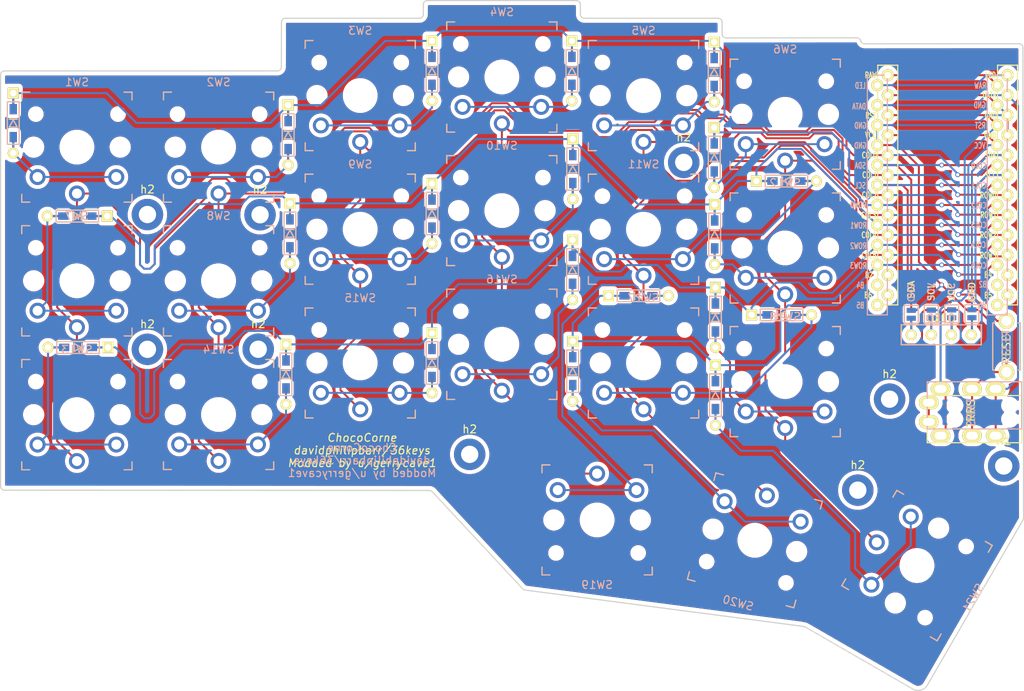
<source format=kicad_pcb>
(kicad_pcb (version 20171130) (host pcbnew "(5.1.10)-1")
  (title_block (title "Corne Light") (date 2018-12-26) (rev 2.1) (company foostan))
  (layers (0 F.Cu signal hide) (31 B.Cu signal hide) (34 B.Paste user hide) (35 F.Paste user hide) (36 B.SilkS user) (37 F.SilkS user hide) (38 B.Mask user hide) (39 F.Mask user) (44 Edge.Cuts user))
  (net 0 "")
  (net 1 row0)
  (net 2 row1)
  (net 3 "Net-(D2-Pad2)")
  (net 4 row2)
  (net 5 "Net-(D3-Pad2)")
  (net 6 row3)
  (net 7 "Net-(D4-Pad2)")
  (net 8 "Net-(D5-Pad2)")
  (net 9 "Net-(D6-Pad2)")
  (net 10 "Net-(D8-Pad2)")
  (net 11 "Net-(D9-Pad2)")
  (net 12 "Net-(D10-Pad2)")
  (net 13 "Net-(D11-Pad2)")
  (net 14 "Net-(D12-Pad2)")
  (net 15 "Net-(D14-Pad2)")
  (net 16 "Net-(D15-Pad2)")
  (net 17 "Net-(D16-Pad2)")
  (net 18 "Net-(D17-Pad2)")
  (net 19 "Net-(D18-Pad2)")
  (net 20 "Net-(D19-Pad2)")
  (net 21 "Net-(D20-Pad2)")
  (net 22 "Net-(D21-Pad2)")
  (net 23 GND)
  (net 24 VCC)
  (net 25 col0)
  (net 26 col1)
  (net 27 col2)
  (net 28 col3)
  (net 29 col4)
  (net 30 col5)
  (net 31 LED)
  (net 32 data)
  (net 33 reset)
  (net 34 SCL)
  (net 35 SDA)
  (net 36 "Net-(U1-Pad14)")
  (net 37 "Net-(U1-Pad13)")
  (net 38 "Net-(U1-Pad12)")
  (net 39 "Net-(U1-Pad11)")
  (net 40 "Net-(J1-PadA)")
  (net 41 "Net-(U1-Pad24)")
  (net 42 "Net-(D1-Pad2)")
  (net 43 "Net-(D7-Pad2)")
  (net 44 "Net-(D13-Pad2)")
  (module kbd:LEGO_HOLE (layer F.Cu) (at 90.95 91.28)
    (fp_text reference h2 (at 0 -3.2) (layer F.SilkS))
    (fp_text value h2)
    (pad h2 thru_hole circle (at 0 0) (size 4 4) (drill 2.2) (layers *.Cu *.Mask))
  )
  (module kbd:LEGO_HOLE (layer F.Cu) (at 76.87 91.29)
    (fp_text reference h2 (at 0 -3.2) (layer F.SilkS))
    (fp_text value h2)
    (pad h2 thru_hole circle (at 0 0) (size 4 4) (drill 2.2) (layers *.Cu *.Mask))
  )
  (module kbd:LEGO_HOLE (layer F.Cu) (at 167.14 109.2)
    (fp_text reference h2 (at 0 -3.2) (layer F.SilkS))
    (fp_text value h2)
    (pad h2 thru_hole circle (at 0 0) (size 4 4) (drill 2.2) (layers *.Cu *.Mask))
  )
  (module kbd:LEGO_HOLE (layer F.Cu) (at 117.82 104.65)
    (fp_text reference h2 (at 0 -3.2) (layer F.SilkS))
    (fp_text value h2)
    (pad h2 thru_hole circle (at 0 0) (size 4 4) (drill 2.2) (layers *.Cu *.Mask))
  )
  (module kbd:LEGO_HOLE (layer F.Cu) (at 76.87 74.15)
    (fp_text reference h2 (at 0 -3.2) (layer F.SilkS))
    (fp_text value h2)
    (pad h2 thru_hole circle (at 0 0) (size 4 4) (drill 2.2) (layers *.Cu *.Mask))
  )
  (module kbd:LEGO_HOLE (layer F.Cu) (at 145.02 67.52)
    (fp_text reference h2 (at 0 -3.2) (layer F.SilkS))
    (fp_text value h2)
    (pad h2 thru_hole circle (at 0 0) (size 4 4) (drill 2.2) (layers *.Cu *.Mask))
  )
  (module kbd:LEGO_HOLE (layer F.Cu) (at 91.18 74.18)
    (fp_text reference h2 (at 0 -3.2) (layer F.SilkS))
    (fp_text value h2)
    (pad h2 thru_hole circle (at 0 0) (size 4 4) (drill 2.2) (layers *.Cu *.Mask))
  )
  (module kbd:ProMicro_v2 (layer F.Cu) (at 178.51 70.91)
    (fp_text reference U1 hide)
    (fp_text value ProMicro hide)
    (fp_text user "" (at -1.2065 -16.256) (layer B.SilkS) (effects (justify mirror)))
    (fp_text user "" (at -1.2065 -16.256) (layer B.SilkS) (effects (justify mirror)))
    (fp_text user RAW (at -9.7155 -14.478) (layer F.SilkS) (effects (font (size 0.75 0.5) (thickness 0.125))))
    (fp_text user LED (at 5.5 -14.478) (layer F.SilkS) (effects (font (size 0.75 0.5) (thickness 0.125))))
    (fp_text user GND (at 5.461 -6.7945) (layer F.SilkS) (effects (font (size 0.75 0.5) (thickness 0.125))))
    (fp_text user DATA (at 5.35 -11.95) (layer F.SilkS) (effects (font (size 0.75 0.5) (thickness 0.125))))
    (fp_text user RST (at -9.7155 -9.3345) (layer F.SilkS) (effects (font (size 0.75 0.5) (thickness 0.125))))
    (fp_text user GND (at 5.5245 -9.3345) (layer F.SilkS) (effects (font (size 0.75 0.5) (thickness 0.125))))
    (fp_text user VCC (at -9.7155 -6.858) (layer F.SilkS) (effects (font (size 0.75 0.5) (thickness 0.125))))
    (fp_text user GND (at 5.461 -6.7945) (layer F.SilkS) (effects (font (size 0.75 0.5) (thickness 0.125))))
    (fp_text user COL3 (at -10 3.35) (layer F.SilkS) (effects (font (size 0.75 0.5) (thickness 0.125))))
    (fp_text user ROW0 (at 5.2 0.8) (layer F.SilkS) (effects (font (size 0.75 0.5) (thickness 0.125))))
    (fp_text user COL2 (at -9.9 0.762) (layer F.SilkS) (effects (font (size 0.75 0.5) (thickness 0.125))))
    (fp_text user SCL (at 5.461 -1.778) (layer F.SilkS) (effects (font (size 0.75 0.5) (thickness 0.125))))
    (fp_text user COL1 (at -9.85 -1.778) (layer F.SilkS) (effects (font (size 0.75 0.5) (thickness 0.125))))
    (fp_text user SDA (at 5.461 -4.318) (layer F.SilkS) (effects (font (size 0.75 0.5) (thickness 0.125))))
    (fp_text user COL0 (at -9.9 -4.3) (layer F.SilkS) (effects (font (size 0.75 0.5) (thickness 0.125))))
    (fp_text user B6 (at -10.05 13.5) (layer F.SilkS) (effects (font (size 0.75 0.5) (thickness 0.125))))
    (fp_text user B5 (at 5.2 13.5255) (layer F.SilkS) (effects (font (size 0.75 0.5) (thickness 0.125))))
    (fp_text user B4 (at 5.2 10.922) (layer F.SilkS) (effects (font (size 0.75 0.5) (thickness 0.125))))
    (fp_text user B2 (at -9.95 10.95) (layer F.SilkS) (effects (font (size 0.75 0.5) (thickness 0.125))))
    (fp_text user ROW3 (at 5.2 8.4455) (layer F.SilkS) (effects (font (size 0.75 0.5) (thickness 0.125))))
    (fp_text user COL5 (at -9.95 8.4455) (layer F.SilkS) (effects (font (size 0.75 0.5) (thickness 0.125))))
    (fp_text user ROW2 (at 5.2 5.85) (layer F.SilkS) (effects (font (size 0.75 0.5) (thickness 0.125))))
    (fp_text user COL4 (at -9.95 5.85) (layer F.SilkS) (effects (font (size 0.75 0.5) (thickness 0.125))))
    (fp_text user ROW1 (at 5.25 3.302) (layer F.SilkS) (effects (font (size 0.75 0.5) (thickness 0.125))))
    (fp_text user ROW1 (at -11.3 4.6355) (layer B.SilkS) (effects (font (size 0.75 0.5) (thickness 0.125)) (justify mirror)))
    (fp_text user COL4 (at 3.95 7.112) (layer B.SilkS) (effects (font (size 0.75 0.5) (thickness 0.125)) (justify mirror)))
    (fp_text user ROW2 (at -11.3 7.239) (layer B.SilkS) (effects (font (size 0.75 0.5) (thickness 0.125)) (justify mirror)))
    (fp_text user COL5 (at 4 9.75) (layer B.SilkS) (effects (font (size 0.75 0.5) (thickness 0.125)) (justify mirror)))
    (fp_text user ROW3 (at -11.3 9.75) (layer B.SilkS) (effects (font (size 0.75 0.5) (thickness 0.125)) (justify mirror)))
    (fp_text user B2 (at 4.5085 12.1285) (layer B.SilkS) (effects (font (size 0.75 0.5) (thickness 0.125)) (justify mirror)))
    (fp_text user B4 (at -11.049 12.2555) (layer B.SilkS) (effects (font (size 0.75 0.5) (thickness 0.125)) (justify mirror)))
    (fp_text user B5 (at -11.049 14.7955) (layer B.SilkS) (effects (font (size 0.75 0.5) (thickness 0.125)) (justify mirror)))
    (fp_text user B6 (at 4.445 14.732) (layer B.SilkS) (effects (font (size 0.75 0.5) (thickness 0.125)) (justify mirror)))
    (fp_text user COL0 (at 4 -2.95) (layer B.SilkS) (effects (font (size 0.75 0.5) (thickness 0.125)) (justify mirror)))
    (fp_text user SDA (at -11.049 -2.9845) (layer B.SilkS) (effects (font (size 0.75 0.5) (thickness 0.125)) (justify mirror)))
    (fp_text user COL1 (at 4 -0.4445) (layer B.SilkS) (effects (font (size 0.75 0.5) (thickness 0.125)) (justify mirror)))
    (fp_text user SCL (at -11.049 -0.4445) (layer B.SilkS) (effects (font (size 0.75 0.5) (thickness 0.125)) (justify mirror)))
    (fp_text user COL2 (at 4 2.1) (layer B.SilkS) (effects (font (size 0.75 0.5) (thickness 0.125)) (justify mirror)))
    (fp_text user ROW0 (at -11.3 2.032) (layer B.SilkS) (effects (font (size 0.75 0.5) (thickness 0.125)) (justify mirror)))
    (fp_text user COL3 (at 4 4.6) (layer B.SilkS) (effects (font (size 0.75 0.5) (thickness 0.125)) (justify mirror)))
    (fp_text user GND (at -11.049 -5.5245) (layer B.SilkS) (effects (font (size 0.75 0.5) (thickness 0.125)) (justify mirror)))
    (fp_text user VCC (at 4.1275 -5.5245) (layer B.SilkS) (effects (font (size 0.75 0.5) (thickness 0.125)) (justify mirror)))
    (fp_text user GND (at -11.049 -8.0645) (layer B.SilkS) (effects (font (size 0.75 0.5) (thickness 0.125)) (justify mirror)))
    (fp_text user RST (at 4.191 -8.0645) (layer B.SilkS) (effects (font (size 0.75 0.5) (thickness 0.125)) (justify mirror)))
    (fp_text user DATA (at -11.2 -10.5) (layer B.SilkS) (effects (font (size 0.75 0.5) (thickness 0.125)) (justify mirror)))
    (fp_text user GND (at 4.1275 -10.668) (layer B.SilkS) (effects (font (size 0.75 0.5) (thickness 0.125)) (justify mirror)))
    (fp_text user LED (at -11.049 -13.1445) (layer B.SilkS) (effects (font (size 0.75 0.5) (thickness 0.125)) (justify mirror)))
    (fp_text user RAW (at 4.191 -13.1445) (layer B.SilkS) (effects (font (size 0.75 0.5) (thickness 0.125)) (justify mirror)))
    (pad 24 thru_hole circle (at 6.35 -13.208) (size 1.524 1.524) (drill 0.8128) (layers *.Cu *.Mask F.SilkS) (net 41 "Net-(U1-Pad24)"))
    (pad 23 thru_hole circle (at 6.35 -10.668) (size 1.524 1.524) (drill 0.8128) (layers *.Cu *.Mask F.SilkS) (net 23 GND))
    (pad 22 thru_hole circle (at 6.35 -8.128) (size 1.524 1.524) (drill 0.8128) (layers *.Cu *.Mask F.SilkS) (net 33 reset))
    (pad 21 thru_hole circle (at 6.35 -5.588) (size 1.524 1.524) (drill 0.8128) (layers *.Cu *.Mask F.SilkS) (net 24 VCC))
    (pad 20 thru_hole circle (at 6.35 -3.048) (size 1.524 1.524) (drill 0.8128) (layers *.Cu *.Mask F.SilkS) (net 25 col0))
    (pad 19 thru_hole circle (at 6.35 -0.508) (size 1.524 1.524) (drill 0.8128) (layers *.Cu *.Mask F.SilkS) (net 26 col1))
    (pad 18 thru_hole circle (at 6.35 2.032) (size 1.524 1.524) (drill 0.8128) (layers *.Cu *.Mask F.SilkS) (net 27 col2))
    (pad 17 thru_hole circle (at 6.35 4.572) (size 1.524 1.524) (drill 0.8128) (layers *.Cu *.Mask F.SilkS) (net 28 col3))
    (pad 16 thru_hole circle (at 6.35 7.112) (size 1.524 1.524) (drill 0.8128) (layers *.Cu *.Mask F.SilkS) (net 29 col4))
    (pad 15 thru_hole circle (at 6.35 9.652) (size 1.524 1.524) (drill 0.8128) (layers *.Cu *.Mask F.SilkS) (net 30 col5))
    (pad 14 thru_hole circle (at 6.35 12.192) (size 1.524 1.524) (drill 0.8128) (layers *.Cu *.Mask F.SilkS))
    (pad 13 thru_hole circle (at 6.35 14.732) (size 1.524 1.524) (drill 0.8128) (layers *.Cu *.Mask F.SilkS))
    (pad 12 thru_hole circle (at -8.89 14.732) (size 1.524 1.524) (drill 0.8128) (layers *.Cu *.Mask F.SilkS))
    (pad 11 thru_hole circle (at -8.89 12.192) (size 1.524 1.524) (drill 0.8128) (layers *.Cu *.Mask F.SilkS))
    (pad 10 thru_hole circle (at -8.89 9.652) (size 1.524 1.524) (drill 0.8128) (layers *.Cu *.Mask F.SilkS) (net 6 row3))
    (pad 9 thru_hole circle (at -8.89 7.112) (size 1.524 1.524) (drill 0.8128) (layers *.Cu *.Mask F.SilkS) (net 4 row2))
    (pad 8 thru_hole circle (at -8.89 4.572) (size 1.524 1.524) (drill 0.8128) (layers *.Cu *.Mask F.SilkS) (net 2 row1))
    (pad 7 thru_hole circle (at -8.89 2.032) (size 1.524 1.524) (drill 0.8128) (layers *.Cu *.Mask F.SilkS) (net 1 row0))
    (pad 6 thru_hole circle (at -8.89 -0.508) (size 1.524 1.524) (drill 0.8128) (layers *.Cu *.Mask F.SilkS) (net 34 SCL))
    (pad 5 thru_hole circle (at -8.89 -3.048) (size 1.524 1.524) (drill 0.8128) (layers *.Cu *.Mask F.SilkS) (net 35 SDA))
    (pad 4 thru_hole circle (at -8.89 -5.588) (size 1.524 1.524) (drill 0.8128) (layers *.Cu *.Mask F.SilkS) (net 23 GND))
    (pad 3 thru_hole circle (at -8.89 -8.128) (size 1.524 1.524) (drill 0.8128) (layers *.Cu *.Mask F.SilkS) (net 23 GND))
    (pad 2 thru_hole circle (at -8.89 -10.668) (size 1.524 1.524) (drill 0.8128) (layers *.Cu *.Mask F.SilkS) (net 32 data))
    (pad 1 thru_hole circle (at -8.89 -13.208) (size 1.524 1.524) (drill 0.8128) (layers *.Cu *.Mask F.SilkS) (net 31 LED))
    (pad 1 thru_hole circle (at 7.6564 -14.478) (size 1.524 1.524) (drill 0.8128) (layers *.Cu *.Mask F.SilkS) (net 31 LED))
    (pad 2 thru_hole circle (at 7.6564 -11.938) (size 1.524 1.524) (drill 0.8128) (layers *.Cu *.Mask F.SilkS) (net 32 data))
    (pad 3 thru_hole circle (at 7.6564 -9.398) (size 1.524 1.524) (drill 0.8128) (layers *.Cu *.Mask F.SilkS) (net 23 GND))
    (pad 4 thru_hole circle (at 7.6564 -6.858) (size 1.524 1.524) (drill 0.8128) (layers *.Cu *.Mask F.SilkS) (net 23 GND))
    (pad 5 thru_hole circle (at 7.6564 -4.318) (size 1.524 1.524) (drill 0.8128) (layers *.Cu *.Mask F.SilkS) (net 35 SDA))
    (pad 6 thru_hole circle (at 7.6564 -1.778) (size 1.524 1.524) (drill 0.8128) (layers *.Cu *.Mask F.SilkS) (net 34 SCL))
    (pad 7 thru_hole circle (at 7.6564 0.762) (size 1.524 1.524) (drill 0.8128) (layers *.Cu *.Mask F.SilkS) (net 1 row0))
    (pad 8 thru_hole circle (at 7.6564 3.302) (size 1.524 1.524) (drill 0.8128) (layers *.Cu *.Mask F.SilkS) (net 2 row1))
    (pad 9 thru_hole circle (at 7.6564 5.842) (size 1.524 1.524) (drill 0.8128) (layers *.Cu *.Mask F.SilkS) (net 4 row2))
    (pad 10 thru_hole circle (at 7.6564 8.382) (size 1.524 1.524) (drill 0.8128) (layers *.Cu *.Mask F.SilkS) (net 6 row3))
    (pad 11 thru_hole circle (at 7.6564 10.922) (size 1.524 1.524) (drill 0.8128) (layers *.Cu *.Mask F.SilkS))
    (pad 12 thru_hole circle (at 7.6564 13.462) (size 1.524 1.524) (drill 0.8128) (layers *.Cu *.Mask F.SilkS))
    (pad 13 thru_hole circle (at -7.5636 13.462) (size 1.524 1.524) (drill 0.8128) (layers *.Cu *.Mask F.SilkS))
    (pad 14 thru_hole circle (at -7.5636 10.922) (size 1.524 1.524) (drill 0.8128) (layers *.Cu *.Mask F.SilkS))
    (pad 15 thru_hole circle (at -7.5636 8.382) (size 1.524 1.524) (drill 0.8128) (layers *.Cu *.Mask F.SilkS) (net 30 col5))
    (pad 16 thru_hole circle (at -7.5636 5.842) (size 1.524 1.524) (drill 0.8128) (layers *.Cu *.Mask F.SilkS) (net 29 col4))
    (pad 17 thru_hole circle (at -7.5636 3.302) (size 1.524 1.524) (drill 0.8128) (layers *.Cu *.Mask F.SilkS) (net 28 col3))
    (pad 18 thru_hole circle (at -7.5636 0.762) (size 1.524 1.524) (drill 0.8128) (layers *.Cu *.Mask F.SilkS) (net 27 col2))
    (pad 19 thru_hole circle (at -7.5636 -1.778) (size 1.524 1.524) (drill 0.8128) (layers *.Cu *.Mask F.SilkS) (net 26 col1))
    (pad 20 thru_hole circle (at -7.5636 -4.318) (size 1.524 1.524) (drill 0.8128) (layers *.Cu *.Mask F.SilkS) (net 25 col0))
    (pad 21 thru_hole circle (at -7.5636 -6.858) (size 1.524 1.524) (drill 0.8128) (layers *.Cu *.Mask F.SilkS) (net 24 VCC))
    (pad 22 thru_hole circle (at -7.5636 -9.398) (size 1.524 1.524) (drill 0.8128) (layers *.Cu *.Mask F.SilkS) (net 33 reset))
    (pad 23 thru_hole circle (at -7.5636 -11.938) (size 1.524 1.524) (drill 0.8128) (layers *.Cu *.Mask F.SilkS) (net 23 GND))
    (pad 24 thru_hole circle (at -7.5636 -14.478) (size 1.524 1.524) (drill 0.8128) (layers *.Cu *.Mask F.SilkS) (net 41 "Net-(U1-Pad24)"))
  )
  (module chocs:SW_PG1350_reversible_b2 (layer F.Cu) (at 121.91 90.65)
    (fp_text reference SW16 hide)
    (fp_text value SW_PUSH hide)
    (fp_text user %R (at 0 -8.255) (layer B.SilkS) (effects (justify mirror)))
    (pad "" np_thru_hole circle (at -5.22 -4.2) (size 0.9906 0.9906) (drill 0.9906) (layers *.Cu *.Mask))
    (pad 2 thru_hole circle (at 5 3.8) (size 2.032 2.032) (drill 1.27) (layers *.Cu *.Mask) (net 17 "Net-(D16-Pad2)"))
    (pad "" np_thru_hole circle (at 0 0) (size 3.429 3.429) (drill 3.429) (layers *.Cu *.Mask))
    (pad 2 thru_hole circle (at -5 3.8) (size 2.032 2.032) (drill 1.27) (layers *.Cu *.Mask) (net 17 "Net-(D16-Pad2)"))
    (pad 1 thru_hole circle (at 0 5.9) (size 2.032 2.032) (drill 1.27) (layers *.Cu *.Mask) (net 28 col3))
    (pad "" np_thru_hole circle (at 5.22 -4.2) (size 0.9906 0.9906) (drill 0.9906) (layers *.Cu *.Mask))
    (pad "" np_thru_hole circle (at 5.5 0) (size 1.7018 1.7018) (drill 1.7018) (layers *.Cu *.Mask))
    (pad "" np_thru_hole circle (at -5.5 0) (size 1.7018 1.7018) (drill 1.7018) (layers *.Cu *.Mask))
  )
  (module chocs:SW_PG1350_reversible_b2 (layer F.Cu) (at 157.91 78.4)
    (fp_text reference SW12 hide)
    (fp_text value SW_PUSH hide)
    (fp_text user %R (at 0 -8.255) (layer B.SilkS) (effects (justify mirror)))
    (pad "" np_thru_hole circle (at -5.22 -4.2) (size 0.9906 0.9906) (drill 0.9906) (layers *.Cu *.Mask))
    (pad 2 thru_hole circle (at 5 3.8) (size 2.032 2.032) (drill 1.27) (layers *.Cu *.Mask) (net 14 "Net-(D12-Pad2)"))
    (pad "" np_thru_hole circle (at 0 0) (size 3.429 3.429) (drill 3.429) (layers *.Cu *.Mask))
    (pad 2 thru_hole circle (at -5 3.8) (size 2.032 2.032) (drill 1.27) (layers *.Cu *.Mask) (net 14 "Net-(D12-Pad2)"))
    (pad 1 thru_hole circle (at 0 5.9) (size 2.032 2.032) (drill 1.27) (layers *.Cu *.Mask) (net 30 col5))
    (pad "" np_thru_hole circle (at 5.22 -4.2) (size 0.9906 0.9906) (drill 0.9906) (layers *.Cu *.Mask))
    (pad "" np_thru_hole circle (at 5.5 0) (size 1.7018 1.7018) (drill 1.7018) (layers *.Cu *.Mask))
    (pad "" np_thru_hole circle (at -5.5 0) (size 1.7018 1.7018) (drill 1.7018) (layers *.Cu *.Mask))
  )
  (module kbd:D3_TH_SMD (layer F.Cu) (at 68.05 91.05 180)
    (fp_text reference D13 hide)
    (fp_text value D hide)
    (pad 2 smd rect (at 1.775 0 180) (size 1.3 0.95) (layers F.Cu F.Paste F.Mask) (net 44 "Net-(D13-Pad2)"))
    (pad 2 thru_hole circle (at 3.81 0 180) (size 1.397 1.397) (drill 0.8128) (layers *.Cu *.Mask F.SilkS) (net 44 "Net-(D13-Pad2)"))
    (pad 1 thru_hole rect (at -3.81 0 180) (size 1.397 1.397) (drill 0.8128) (layers *.Cu *.Mask F.SilkS) (net 4 row2))
    (pad 1 smd rect (at -1.775 0 180) (size 1.3 0.95) (layers B.Cu B.Paste B.Mask) (net 4 row2))
    (pad 2 smd rect (at 1.775 0 180) (size 1.3 0.95) (layers B.Cu B.Paste B.Mask) (net 44 "Net-(D13-Pad2)"))
    (pad 1 smd rect (at -1.775 0 180) (size 1.3 0.95) (layers F.Cu F.Paste F.Mask) (net 4 row2))
  )
  (module kbd:D3_TH_SMD (layer F.Cu) (at 67.96 74.35 180)
    (fp_text reference D7 hide)
    (fp_text value D hide)
    (pad 2 smd rect (at 1.775 0 180) (size 1.3 0.95) (layers F.Cu F.Paste F.Mask) (net 43 "Net-(D7-Pad2)"))
    (pad 2 thru_hole circle (at 3.81 0 180) (size 1.397 1.397) (drill 0.8128) (layers *.Cu *.Mask F.SilkS) (net 43 "Net-(D7-Pad2)"))
    (pad 1 thru_hole rect (at -3.81 0 180) (size 1.397 1.397) (drill 0.8128) (layers *.Cu *.Mask F.SilkS) (net 2 row1))
    (pad 1 smd rect (at -1.775 0 180) (size 1.3 0.95) (layers B.Cu B.Paste B.Mask) (net 2 row1))
    (pad 2 smd rect (at 1.775 0 180) (size 1.3 0.95) (layers B.Cu B.Paste B.Mask) (net 43 "Net-(D7-Pad2)"))
    (pad 1 smd rect (at -1.775 0 180) (size 1.3 0.95) (layers F.Cu F.Paste F.Mask) (net 2 row1))
  )
  (module kbd:D3_TH_SMD (layer F.Cu) (at 59.82 62.52 270)
    (fp_text reference D1 hide)
    (fp_text value D hide)
    (pad 2 smd rect (at 1.775 0 270) (size 1.3 0.95) (layers F.Cu F.Paste F.Mask) (net 42 "Net-(D1-Pad2)"))
    (pad 2 thru_hole circle (at 3.81 0 270) (size 1.397 1.397) (drill 0.8128) (layers *.Cu *.Mask F.SilkS) (net 42 "Net-(D1-Pad2)"))
    (pad 1 thru_hole rect (at -3.81 0 270) (size 1.397 1.397) (drill 0.8128) (layers *.Cu *.Mask F.SilkS) (net 1 row0))
    (pad 1 smd rect (at -1.775 0 270) (size 1.3 0.95) (layers B.Cu B.Paste B.Mask) (net 1 row0))
    (pad 2 smd rect (at 1.775 0 270) (size 1.3 0.95) (layers B.Cu B.Paste B.Mask) (net 42 "Net-(D1-Pad2)"))
    (pad 1 smd rect (at -1.775 0 270) (size 1.3 0.95) (layers F.Cu F.Paste F.Mask) (net 1 row0))
  )
  (module kbd:D3_TH_SMD (layer F.Cu) (at 94.75 64.04 270)
    (fp_text reference D2 hide)
    (fp_text value D hide)
    (pad 2 smd rect (at 1.775 0 270) (size 1.3 0.95) (layers F.Cu F.Paste F.Mask) (net 3 "Net-(D2-Pad2)"))
    (pad 2 thru_hole circle (at 3.81 0 270) (size 1.397 1.397) (drill 0.8128) (layers *.Cu *.Mask F.SilkS) (net 3 "Net-(D2-Pad2)"))
    (pad 1 thru_hole rect (at -3.81 0 270) (size 1.397 1.397) (drill 0.8128) (layers *.Cu *.Mask F.SilkS) (net 1 row0))
    (pad 1 smd rect (at -1.775 0 270) (size 1.3 0.95) (layers B.Cu B.Paste B.Mask) (net 1 row0))
    (pad 2 smd rect (at 1.775 0 270) (size 1.3 0.95) (layers B.Cu B.Paste B.Mask) (net 3 "Net-(D2-Pad2)"))
    (pad 1 smd rect (at -1.775 0 270) (size 1.3 0.95) (layers F.Cu F.Paste F.Mask) (net 1 row0))
  )
  (module kbd:D3_TH_SMD (layer F.Cu) (at 113.03 55.88 270)
    (fp_text reference D3 hide)
    (fp_text value D hide)
    (pad 2 smd rect (at 1.775 0 270) (size 1.3 0.95) (layers F.Cu F.Paste F.Mask) (net 5 "Net-(D3-Pad2)"))
    (pad 2 thru_hole circle (at 3.81 0 270) (size 1.397 1.397) (drill 0.8128) (layers *.Cu *.Mask F.SilkS) (net 5 "Net-(D3-Pad2)"))
    (pad 1 thru_hole rect (at -3.81 0 270) (size 1.397 1.397) (drill 0.8128) (layers *.Cu *.Mask F.SilkS) (net 1 row0))
    (pad 1 smd rect (at -1.775 0 270) (size 1.3 0.95) (layers B.Cu B.Paste B.Mask) (net 1 row0))
    (pad 2 smd rect (at 1.775 0 270) (size 1.3 0.95) (layers B.Cu B.Paste B.Mask) (net 5 "Net-(D3-Pad2)"))
    (pad 1 smd rect (at -1.775 0 270) (size 1.3 0.95) (layers F.Cu F.Paste F.Mask) (net 1 row0))
  )
  (module kbd:D3_TH_SMD (layer F.Cu) (at 130.81 55.88 270)
    (fp_text reference D4 hide)
    (fp_text value D hide)
    (pad 2 smd rect (at 1.775 0 270) (size 1.3 0.95) (layers F.Cu F.Paste F.Mask) (net 7 "Net-(D4-Pad2)"))
    (pad 2 thru_hole circle (at 3.81 0 270) (size 1.397 1.397) (drill 0.8128) (layers *.Cu *.Mask F.SilkS) (net 7 "Net-(D4-Pad2)"))
    (pad 1 thru_hole rect (at -3.81 0 270) (size 1.397 1.397) (drill 0.8128) (layers *.Cu *.Mask F.SilkS) (net 1 row0))
    (pad 1 smd rect (at -1.775 0 270) (size 1.3 0.95) (layers B.Cu B.Paste B.Mask) (net 1 row0))
    (pad 2 smd rect (at 1.775 0 270) (size 1.3 0.95) (layers B.Cu B.Paste B.Mask) (net 7 "Net-(D4-Pad2)"))
    (pad 1 smd rect (at -1.775 0 270) (size 1.3 0.95) (layers F.Cu F.Paste F.Mask) (net 1 row0))
  )
  (module kbd:D3_TH_SMD (layer F.Cu) (at 148.9 66.89 270)
    (fp_text reference D6 hide)
    (fp_text value D hide)
    (pad 2 smd rect (at 1.775 0 270) (size 1.3 0.95) (layers F.Cu F.Paste F.Mask) (net 9 "Net-(D6-Pad2)"))
    (pad 2 thru_hole circle (at 3.81 0 270) (size 1.397 1.397) (drill 0.8128) (layers *.Cu *.Mask F.SilkS) (net 9 "Net-(D6-Pad2)"))
    (pad 1 thru_hole rect (at -3.81 0 270) (size 1.397 1.397) (drill 0.8128) (layers *.Cu *.Mask F.SilkS) (net 1 row0))
    (pad 1 smd rect (at -1.775 0 270) (size 1.3 0.95) (layers B.Cu B.Paste B.Mask) (net 1 row0))
    (pad 2 smd rect (at 1.775 0 270) (size 1.3 0.95) (layers B.Cu B.Paste B.Mask) (net 9 "Net-(D6-Pad2)"))
    (pad 1 smd rect (at -1.775 0 270) (size 1.3 0.95) (layers F.Cu F.Paste F.Mask) (net 1 row0))
  )
  (module kbd:D3_TH_SMD (layer F.Cu) (at 94.98 76.54 270)
    (fp_text reference D8 hide)
    (fp_text value D hide)
    (pad 2 smd rect (at 1.775 0 270) (size 1.3 0.95) (layers F.Cu F.Paste F.Mask) (net 10 "Net-(D8-Pad2)"))
    (pad 2 thru_hole circle (at 3.81 0 270) (size 1.397 1.397) (drill 0.8128) (layers *.Cu *.Mask F.SilkS) (net 10 "Net-(D8-Pad2)"))
    (pad 1 thru_hole rect (at -3.81 0 270) (size 1.397 1.397) (drill 0.8128) (layers *.Cu *.Mask F.SilkS) (net 2 row1))
    (pad 1 smd rect (at -1.775 0 270) (size 1.3 0.95) (layers B.Cu B.Paste B.Mask) (net 2 row1))
    (pad 2 smd rect (at 1.775 0 270) (size 1.3 0.95) (layers B.Cu B.Paste B.Mask) (net 10 "Net-(D8-Pad2)"))
    (pad 1 smd rect (at -1.775 0 270) (size 1.3 0.95) (layers F.Cu F.Paste F.Mask) (net 2 row1))
  )
  (module kbd:D3_TH_SMD (layer F.Cu) (at 113.03 74.025 270)
    (fp_text reference D9 hide)
    (fp_text value D hide)
    (pad 2 smd rect (at 1.775 0 270) (size 1.3 0.95) (layers F.Cu F.Paste F.Mask) (net 11 "Net-(D9-Pad2)"))
    (pad 2 thru_hole circle (at 3.81 0 270) (size 1.397 1.397) (drill 0.8128) (layers *.Cu *.Mask F.SilkS) (net 11 "Net-(D9-Pad2)"))
    (pad 1 thru_hole rect (at -3.81 0 270) (size 1.397 1.397) (drill 0.8128) (layers *.Cu *.Mask F.SilkS) (net 2 row1))
    (pad 1 smd rect (at -1.775 0 270) (size 1.3 0.95) (layers B.Cu B.Paste B.Mask) (net 2 row1))
    (pad 2 smd rect (at 1.775 0 270) (size 1.3 0.95) (layers B.Cu B.Paste B.Mask) (net 11 "Net-(D9-Pad2)"))
    (pad 1 smd rect (at -1.775 0 270) (size 1.3 0.95) (layers F.Cu F.Paste F.Mask) (net 2 row1))
  )
  (module kbd:D3_TH_SMD (layer F.Cu) (at 130.92 68.36 270)
    (fp_text reference D10 hide)
    (fp_text value D hide)
    (pad 2 smd rect (at 1.775 0 270) (size 1.3 0.95) (layers F.Cu F.Paste F.Mask) (net 12 "Net-(D10-Pad2)"))
    (pad 2 thru_hole circle (at 3.81 0 270) (size 1.397 1.397) (drill 0.8128) (layers *.Cu *.Mask F.SilkS) (net 12 "Net-(D10-Pad2)"))
    (pad 1 thru_hole rect (at -3.81 0 270) (size 1.397 1.397) (drill 0.8128) (layers *.Cu *.Mask F.SilkS) (net 2 row1))
    (pad 1 smd rect (at -1.775 0 270) (size 1.3 0.95) (layers B.Cu B.Paste B.Mask) (net 2 row1))
    (pad 2 smd rect (at 1.775 0 270) (size 1.3 0.95) (layers B.Cu B.Paste B.Mask) (net 12 "Net-(D10-Pad2)"))
    (pad 1 smd rect (at -1.775 0 270) (size 1.3 0.95) (layers F.Cu F.Paste F.Mask) (net 2 row1))
  )
  (module kbd:D3_TH_SMD (layer F.Cu) (at 158.07 69.89)
    (fp_text reference D11 hide)
    (fp_text value D hide)
    (pad 2 smd rect (at 1.775 0) (size 1.3 0.95) (layers F.Cu F.Paste F.Mask) (net 13 "Net-(D11-Pad2)"))
    (pad 2 thru_hole circle (at 3.81 0) (size 1.397 1.397) (drill 0.8128) (layers *.Cu *.Mask F.SilkS) (net 13 "Net-(D11-Pad2)"))
    (pad 1 thru_hole rect (at -3.81 0) (size 1.397 1.397) (drill 0.8128) (layers *.Cu *.Mask F.SilkS) (net 2 row1))
    (pad 1 smd rect (at -1.775 0) (size 1.3 0.95) (layers B.Cu B.Paste B.Mask) (net 2 row1))
    (pad 2 smd rect (at 1.775 0) (size 1.3 0.95) (layers B.Cu B.Paste B.Mask) (net 13 "Net-(D11-Pad2)"))
    (pad 1 smd rect (at -1.775 0) (size 1.3 0.95) (layers F.Cu F.Paste F.Mask) (net 2 row1))
  )
  (module kbd:D3_TH_SMD (layer F.Cu) (at 148.95 76.675 270)
    (fp_text reference D12 hide)
    (fp_text value D hide)
    (pad 2 smd rect (at 1.775 0 270) (size 1.3 0.95) (layers F.Cu F.Paste F.Mask) (net 14 "Net-(D12-Pad2)"))
    (pad 2 thru_hole circle (at 3.81 0 270) (size 1.397 1.397) (drill 0.8128) (layers *.Cu *.Mask F.SilkS) (net 14 "Net-(D12-Pad2)"))
    (pad 1 thru_hole rect (at -3.81 0 270) (size 1.397 1.397) (drill 0.8128) (layers *.Cu *.Mask F.SilkS) (net 2 row1))
    (pad 1 smd rect (at -1.775 0 270) (size 1.3 0.95) (layers B.Cu B.Paste B.Mask) (net 2 row1))
    (pad 2 smd rect (at 1.775 0 270) (size 1.3 0.95) (layers B.Cu B.Paste B.Mask) (net 14 "Net-(D12-Pad2)"))
    (pad 1 smd rect (at -1.775 0 270) (size 1.3 0.95) (layers F.Cu F.Paste F.Mask) (net 2 row1))
  )
  (module kbd:D3_TH_SMD (layer F.Cu) (at 94.48 94.475 270)
    (fp_text reference D14 hide)
    (fp_text value D hide)
    (pad 2 smd rect (at 1.775 0 270) (size 1.3 0.95) (layers F.Cu F.Paste F.Mask) (net 15 "Net-(D14-Pad2)"))
    (pad 2 thru_hole circle (at 3.81 0 270) (size 1.397 1.397) (drill 0.8128) (layers *.Cu *.Mask F.SilkS) (net 15 "Net-(D14-Pad2)"))
    (pad 1 thru_hole rect (at -3.81 0 270) (size 1.397 1.397) (drill 0.8128) (layers *.Cu *.Mask F.SilkS) (net 4 row2))
    (pad 1 smd rect (at -1.775 0 270) (size 1.3 0.95) (layers B.Cu B.Paste B.Mask) (net 4 row2))
    (pad 2 smd rect (at 1.775 0 270) (size 1.3 0.95) (layers B.Cu B.Paste B.Mask) (net 15 "Net-(D14-Pad2)"))
    (pad 1 smd rect (at -1.775 0 270) (size 1.3 0.95) (layers F.Cu F.Paste F.Mask) (net 4 row2))
  )
  (module kbd:D3_TH_SMD (layer F.Cu) (at 113.03 93.025 270)
    (fp_text reference D15 hide)
    (fp_text value D hide)
    (pad 2 smd rect (at 1.775 0 270) (size 1.3 0.95) (layers F.Cu F.Paste F.Mask) (net 16 "Net-(D15-Pad2)"))
    (pad 2 thru_hole circle (at 3.81 0 270) (size 1.397 1.397) (drill 0.8128) (layers *.Cu *.Mask F.SilkS) (net 16 "Net-(D15-Pad2)"))
    (pad 1 thru_hole rect (at -3.81 0 270) (size 1.397 1.397) (drill 0.8128) (layers *.Cu *.Mask F.SilkS) (net 4 row2))
    (pad 1 smd rect (at -1.775 0 270) (size 1.3 0.95) (layers B.Cu B.Paste B.Mask) (net 4 row2))
    (pad 2 smd rect (at 1.775 0 270) (size 1.3 0.95) (layers B.Cu B.Paste B.Mask) (net 16 "Net-(D15-Pad2)"))
    (pad 1 smd rect (at -1.775 0 270) (size 1.3 0.95) (layers F.Cu F.Paste F.Mask) (net 4 row2))
  )
  (module kbd:D3_TH_SMD (layer F.Cu) (at 130.89 81.18 270)
    (fp_text reference D16 hide)
    (fp_text value D hide)
    (pad 2 smd rect (at 1.775 0 270) (size 1.3 0.95) (layers F.Cu F.Paste F.Mask) (net 17 "Net-(D16-Pad2)"))
    (pad 2 thru_hole circle (at 3.81 0 270) (size 1.397 1.397) (drill 0.8128) (layers *.Cu *.Mask F.SilkS) (net 17 "Net-(D16-Pad2)"))
    (pad 1 thru_hole rect (at -3.81 0 270) (size 1.397 1.397) (drill 0.8128) (layers *.Cu *.Mask F.SilkS) (net 4 row2))
    (pad 1 smd rect (at -1.775 0 270) (size 1.3 0.95) (layers B.Cu B.Paste B.Mask) (net 4 row2))
    (pad 2 smd rect (at 1.775 0 270) (size 1.3 0.95) (layers B.Cu B.Paste B.Mask) (net 17 "Net-(D16-Pad2)"))
    (pad 1 smd rect (at -1.775 0 270) (size 1.3 0.95) (layers F.Cu F.Paste F.Mask) (net 4 row2))
  )
  (module kbd:D3_TH_SMD (layer F.Cu) (at 157.45 86.91)
    (fp_text reference D17 hide)
    (fp_text value D hide)
    (pad 2 smd rect (at 1.775 0) (size 1.3 0.95) (layers F.Cu F.Paste F.Mask) (net 18 "Net-(D17-Pad2)"))
    (pad 2 thru_hole circle (at 3.81 0) (size 1.397 1.397) (drill 0.8128) (layers *.Cu *.Mask F.SilkS) (net 18 "Net-(D17-Pad2)"))
    (pad 1 thru_hole rect (at -3.81 0) (size 1.397 1.397) (drill 0.8128) (layers *.Cu *.Mask F.SilkS) (net 4 row2))
    (pad 1 smd rect (at -1.775 0) (size 1.3 0.95) (layers B.Cu B.Paste B.Mask) (net 4 row2))
    (pad 2 smd rect (at 1.775 0) (size 1.3 0.95) (layers B.Cu B.Paste B.Mask) (net 18 "Net-(D17-Pad2)"))
    (pad 1 smd rect (at -1.775 0) (size 1.3 0.95) (layers F.Cu F.Paste F.Mask) (net 4 row2))
  )
  (module kbd:D3_TH_SMD (layer F.Cu) (at 149.05 87.24 270)
    (fp_text reference D18 hide)
    (fp_text value D hide)
    (pad 2 smd rect (at 1.775 0 270) (size 1.3 0.95) (layers F.Cu F.Paste F.Mask) (net 19 "Net-(D18-Pad2)"))
    (pad 2 thru_hole circle (at 3.81 0 270) (size 1.397 1.397) (drill 0.8128) (layers *.Cu *.Mask F.SilkS) (net 19 "Net-(D18-Pad2)"))
    (pad 1 thru_hole rect (at -3.81 0 270) (size 1.397 1.397) (drill 0.8128) (layers *.Cu *.Mask F.SilkS) (net 4 row2))
    (pad 1 smd rect (at -1.775 0 270) (size 1.3 0.95) (layers B.Cu B.Paste B.Mask) (net 4 row2))
    (pad 2 smd rect (at 1.775 0 270) (size 1.3 0.95) (layers B.Cu B.Paste B.Mask) (net 19 "Net-(D18-Pad2)"))
    (pad 1 smd rect (at -1.775 0 270) (size 1.3 0.95) (layers F.Cu F.Paste F.Mask) (net 4 row2))
  )
  (module kbd:D3_TH_SMD (layer F.Cu) (at 139.27 84.48)
    (fp_text reference D19 hide)
    (fp_text value D hide)
    (pad 2 smd rect (at 1.775 0) (size 1.3 0.95) (layers F.Cu F.Paste F.Mask) (net 20 "Net-(D19-Pad2)"))
    (pad 2 thru_hole circle (at 3.81 0) (size 1.397 1.397) (drill 0.8128) (layers *.Cu *.Mask F.SilkS) (net 20 "Net-(D19-Pad2)"))
    (pad 1 thru_hole rect (at -3.81 0) (size 1.397 1.397) (drill 0.8128) (layers *.Cu *.Mask F.SilkS) (net 6 row3))
    (pad 1 smd rect (at -1.775 0) (size 1.3 0.95) (layers B.Cu B.Paste B.Mask) (net 6 row3))
    (pad 2 smd rect (at 1.775 0) (size 1.3 0.95) (layers B.Cu B.Paste B.Mask) (net 20 "Net-(D19-Pad2)"))
    (pad 1 smd rect (at -1.775 0) (size 1.3 0.95) (layers F.Cu F.Paste F.Mask) (net 6 row3))
  )
  (module kbd:D3_TH_SMD (layer F.Cu) (at 130.91 94.07 270)
    (fp_text reference D20 hide)
    (fp_text value D hide)
    (pad 2 smd rect (at 1.775 0 270) (size 1.3 0.95) (layers F.Cu F.Paste F.Mask) (net 21 "Net-(D20-Pad2)"))
    (pad 2 thru_hole circle (at 3.81 0 270) (size 1.397 1.397) (drill 0.8128) (layers *.Cu *.Mask F.SilkS) (net 21 "Net-(D20-Pad2)"))
    (pad 1 thru_hole rect (at -3.81 0 270) (size 1.397 1.397) (drill 0.8128) (layers *.Cu *.Mask F.SilkS) (net 6 row3))
    (pad 1 smd rect (at -1.775 0 270) (size 1.3 0.95) (layers B.Cu B.Paste B.Mask) (net 6 row3))
    (pad 2 smd rect (at 1.775 0 270) (size 1.3 0.95) (layers B.Cu B.Paste B.Mask) (net 21 "Net-(D20-Pad2)"))
    (pad 1 smd rect (at -1.775 0 270) (size 1.3 0.95) (layers F.Cu F.Paste F.Mask) (net 6 row3))
  )
  (module kbd:D3_TH_SMD (layer F.Cu) (at 149.05 97.12 270)
    (fp_text reference D21 hide)
    (fp_text value D hide)
    (pad 2 smd rect (at 1.775 0 270) (size 1.3 0.95) (layers F.Cu F.Paste F.Mask) (net 22 "Net-(D21-Pad2)"))
    (pad 2 thru_hole circle (at 3.81 0 270) (size 1.397 1.397) (drill 0.8128) (layers *.Cu *.Mask F.SilkS) (net 22 "Net-(D21-Pad2)"))
    (pad 1 thru_hole rect (at -3.81 0 270) (size 1.397 1.397) (drill 0.8128) (layers *.Cu *.Mask F.SilkS) (net 6 row3))
    (pad 1 smd rect (at -1.775 0 270) (size 1.3 0.95) (layers B.Cu B.Paste B.Mask) (net 6 row3))
    (pad 2 smd rect (at 1.775 0 270) (size 1.3 0.95) (layers B.Cu B.Paste B.Mask) (net 22 "Net-(D21-Pad2)"))
    (pad 1 smd rect (at -1.775 0 270) (size 1.3 0.95) (layers F.Cu F.Paste F.Mask) (net 6 row3))
  )
  (module kbd:D3_TH_SMD (layer F.Cu) (at 148.89 56.02 270)
    (fp_text reference D5 hide)
    (fp_text value D hide)
    (pad 2 smd rect (at 1.775 0 270) (size 1.3 0.95) (layers F.Cu F.Paste F.Mask) (net 8 "Net-(D5-Pad2)"))
    (pad 2 thru_hole circle (at 3.81 0 270) (size 1.397 1.397) (drill 0.8128) (layers *.Cu *.Mask F.SilkS) (net 8 "Net-(D5-Pad2)"))
    (pad 1 thru_hole rect (at -3.81 0 270) (size 1.397 1.397) (drill 0.8128) (layers *.Cu *.Mask F.SilkS) (net 1 row0))
    (pad 1 smd rect (at -1.775 0 270) (size 1.3 0.95) (layers B.Cu B.Paste B.Mask) (net 1 row0))
    (pad 2 smd rect (at 1.775 0 270) (size 1.3 0.95) (layers B.Cu B.Paste B.Mask) (net 8 "Net-(D5-Pad2)"))
    (pad 1 smd rect (at -1.775 0 270) (size 1.3 0.95) (layers F.Cu F.Paste F.Mask) (net 1 row0))
  )
  (module kbd:LEGO_HOLE (layer F.Cu) (at 185.68 106.13)
    (fp_text reference H1 (at 0 -3.2) (layer F.SilkS))
    (fp_text value h1)
    (pad H1 thru_hole circle (at 0 0) (size 4 4) (drill 2.2) (layers *.Cu *.Mask))
  )
  (module kbd:LEGO_HOLE (layer F.Cu) (at 171.18 97.63)
    (fp_text reference h2 (at 0 -3.2) (layer F.SilkS))
    (fp_text value h2)
    (pad h2 thru_hole circle (at 0 0) (size 4 4) (drill 2.2) (layers *.Cu *.Mask))
  )
  (module Kailh:SW_PG1350_15_reversible_b2 (layer F.Cu) (at 174.66 118.79 240)
    (fp_text reference SW21 hide)
    (fp_text value SW_PUSH hide)
    (fp_text user %R (at 0 -8.255 240) (layer B.SilkS) (effects (justify mirror)))
    (pad "" np_thru_hole circle (at -5.5 0 240) (size 1.7018 1.7018) (drill 1.7018) (layers *.Cu *.Mask))
    (pad "" np_thru_hole circle (at 5.5 0 240) (size 1.7018 1.7018) (drill 1.7018) (layers *.Cu *.Mask))
    (pad "" np_thru_hole circle (at 5.22 -4.2 240) (size 0.9906 0.9906) (drill 0.9906) (layers *.Cu *.Mask))
    (pad 1 thru_hole circle (at 0 5.9 240) (size 2.032 2.032) (drill 1.27) (layers *.Cu *.Mask) (net 30 col5))
    (pad 2 thru_hole circle (at -5 3.8 240) (size 2.032 2.032) (drill 1.27) (layers *.Cu *.Mask) (net 22 "Net-(D21-Pad2)"))
    (pad "" np_thru_hole circle (at 0 0 240) (size 3.429 3.429) (drill 3.429) (layers *.Cu *.Mask))
    (pad 2 thru_hole circle (at 5 3.8 240) (size 2.032 2.032) (drill 1.27) (layers *.Cu *.Mask) (net 22 "Net-(D21-Pad2)"))
    (pad "" np_thru_hole circle (at -5.22 -4.2 240) (size 0.9906 0.9906) (drill 0.9906) (layers *.Cu *.Mask))
  )
  (module kbd:ResetSW (layer F.Cu) (at 186.03 90.93 270)
    (fp_text reference RSW1 hide)
    (fp_text value Val**)
    (fp_text user RESET (at 0 0 90) (layer F.SilkS))
    (fp_text user RESET (at 0.127 0 90) (layer B.SilkS) (effects (justify mirror)))
    (pad 2 thru_hole circle (at -3.25 0 270) (size 2 2) (drill 1.3) (layers *.Cu *.Mask F.SilkS) (net 33 reset))
    (pad 1 thru_hole circle (at 3.25 0 270) (size 2 2) (drill 1.3) (layers *.Cu *.Mask F.SilkS) (net 23 GND))
  )
  (module foostan:Jumper (layer B.Cu) (at 179.06 86.78 270)
    (fp_text reference JP66 hide)
    (fp_text value SCL (at -2.794 0 270) (layer B.SilkS) (effects (font (size 0.8128 0.8128)) (justify mirror)))
    (pad 1 smd rect (at -0.50038 0 270) (size 0.635 1.143) (layers B.Cu B.Paste B.Mask) (net 34 SCL) (clearance 0.1905))
    (pad 2 smd rect (at 0.50038 0 270) (size 0.635 1.143) (layers B.Cu B.Paste B.Mask) (net 39 "Net-(U1-Pad11)") (clearance 0.1905))
  )
  (module foostan:Jumper (layer F.Cu) (at 181.64 86.7704 270)
    (fp_text reference JP68 hide)
    (fp_text value GND (at -2.794 0 90) (layer F.SilkS) (effects (font (size 0.8128 0.8128))))
    (pad 2 smd rect (at 0.50038 0 270) (size 0.635 1.143) (layers F.Cu F.Paste F.Mask) (net 38 "Net-(U1-Pad12)") (clearance 0.1905))
    (pad 1 smd rect (at -0.50038 0 270) (size 0.635 1.143) (layers F.Cu F.Paste F.Mask) (net 23 GND) (clearance 0.1905))
  )
  (module foostan:Jumper (layer F.Cu) (at 173.93 86.83 270)
    (fp_text reference JP61 hide)
    (fp_text value " SDA" (at -2.794 0 90) (layer F.SilkS) (effects (font (size 0.8128 0.8128))))
    (pad 1 smd rect (at -0.50038 0 270) (size 0.635 1.143) (layers F.Cu F.Paste F.Mask) (net 35 SDA) (clearance 0.1905))
    (pad 2 smd rect (at 0.50038 0 270) (size 0.635 1.143) (layers F.Cu F.Paste F.Mask) (net 36 "Net-(U1-Pad14)") (clearance 0.1905))
  )
  (module foostan:Jumper (layer B.Cu) (at 181.64 86.76 270)
    (fp_text reference JP6 hide)
    (fp_text value " SDA" (at -2.794 0 270) (layer B.SilkS) (effects (font (size 0.8128 0.8128)) (justify mirror)))
    (pad 2 smd rect (at 0.50038 0 270) (size 0.635 1.143) (layers B.Cu B.Paste B.Mask) (net 38 "Net-(U1-Pad12)") (clearance 0.1905))
    (pad 1 smd rect (at -0.50038 0 270) (size 0.635 1.143) (layers B.Cu B.Paste B.Mask) (net 35 SDA) (clearance 0.1905))
  )
  (module foostan:Jumper (layer F.Cu) (at 176.47 86.8 270)
    (fp_text reference JP63 hide)
    (fp_text value SCL (at -2.794 0 90) (layer F.SilkS) (effects (font (size 0.8128 0.8128))))
    (pad 2 smd rect (at 0.50038 0 270) (size 0.635 1.143) (layers F.Cu F.Paste F.Mask) (net 37 "Net-(U1-Pad13)") (clearance 0.1905))
    (pad 1 smd rect (at -0.50038 0 270) (size 0.635 1.143) (layers F.Cu F.Paste F.Mask) (net 34 SCL) (clearance 0.1905))
  )
  (module foostan:Jumper (layer B.Cu) (at 173.93 86.8396 270)
    (fp_text reference JP62 hide)
    (fp_text value GND (at -2.794 0 270) (layer B.SilkS) (effects (font (size 0.8128 0.8128)) (justify mirror)))
    (pad 1 smd rect (at -0.50038 0 270) (size 0.635 1.143) (layers B.Cu B.Paste B.Mask) (net 23 GND) (clearance 0.1905))
    (pad 2 smd rect (at 0.50038 0 270) (size 0.635 1.143) (layers B.Cu B.Paste B.Mask) (net 36 "Net-(U1-Pad14)") (clearance 0.1905))
  )
  (module foostan:OLED (layer F.Cu) (at 173.93 89.44)
    (fp_text reference J2)
    (fp_text value OLED hide)
    (fp_text user OLED (at 3.8 -2.1) (layer F.SilkS))
    (fp_text user OLED (at 3.75 -2.1) (layer B.SilkS) (effects (justify mirror)))
    (pad 1 thru_hole circle (at 0 0) (size 1.397 1.397) (drill 0.8128) (layers *.Cu *.Mask F.SilkS) (net 36 "Net-(U1-Pad14)"))
    (pad 2 thru_hole circle (at 2.54 0) (size 1.397 1.397) (drill 0.8128) (layers *.Cu *.Mask F.SilkS) (net 37 "Net-(U1-Pad13)"))
    (pad 3 thru_hole circle (at 5.08 0) (size 1.397 1.397) (drill 0.8128) (layers *.Cu *.Mask F.SilkS) (net 39 "Net-(U1-Pad11)"))
    (pad 4 thru_hole circle (at 7.62 0) (size 1.397 1.397) (drill 0.8128) (layers *.Cu *.Mask F.SilkS) (net 38 "Net-(U1-Pad12)"))
  )
  (module foostan:Jumper (layer B.Cu) (at 176.48 86.81 270)
    (fp_text reference JP64 hide)
    (fp_text value VCC (at -2.794 0 270) (layer B.SilkS) (effects (font (size 0.8128 0.8128)) (justify mirror)))
    (pad 2 smd rect (at 0.50038 0 270) (size 0.635 1.143) (layers B.Cu B.Paste B.Mask) (net 37 "Net-(U1-Pad13)") (clearance 0.1905))
    (pad 1 smd rect (at -0.50038 0 270) (size 0.635 1.143) (layers B.Cu B.Paste B.Mask) (net 24 VCC) (clearance 0.1905))
  )
  (module foostan:Jumper (layer F.Cu) (at 179.07 86.78 270)
    (fp_text reference JP65 hide)
    (fp_text value VCC (at -2.794 0 90) (layer F.SilkS) (effects (font (size 0.8128 0.8128))))
    (pad 1 smd rect (at -0.50038 0 270) (size 0.635 1.143) (layers F.Cu F.Paste F.Mask) (net 24 VCC) (clearance 0.1905))
    (pad 2 smd rect (at 0.50038 0 270) (size 0.635 1.143) (layers F.Cu F.Paste F.Mask) (net 39 "Net-(U1-Pad11)") (clearance 0.1905))
  )
  (module kbd:MJ-4PP-9 (layer F.Cu) (at 187.96 100.17 270)
    (fp_text reference J1)
    (fp_text value MJ-4PP-9 hide)
    (fp_text user TRRS (at -0.75 6.45 90) (layer F.SilkS))
    (fp_text user TRRS (at -0.8255 6.4135 90) (layer B.SilkS) (effects (justify mirror)))
    (pad A thru_hole oval (at -2.1 11.8 270) (size 1.7 2.5) (drill oval 1 1.5) (layers *.Cu *.Mask F.SilkS) (net 40 "Net-(J1-PadA)") (clearance 0.15))
    (pad D thru_hole oval (at 2.1 10.3 270) (size 1.7 2.5) (drill oval 1 1.5) (layers *.Cu *.Mask F.SilkS) (net 24 VCC) (clearance 0.15))
    (pad C thru_hole oval (at 2.1 6.3 270) (size 1.7 2.5) (drill oval 1 1.5) (layers *.Cu *.Mask F.SilkS) (net 23 GND))
    (pad B thru_hole oval (at 2.1 3.3 270) (size 1.7 2.5) (drill oval 1 1.5) (layers *.Cu *.Mask F.SilkS) (net 32 data))
    (pad "" np_thru_hole circle (at 0 8.5 270) (size 1.2 1.2) (drill 1.2) (layers *.Cu *.Mask F.SilkS))
    (pad "" np_thru_hole circle (at 0 1.5 270) (size 1.2 1.2) (drill 1.2) (layers *.Cu *.Mask F.SilkS))
    (pad C thru_hole oval (at -3.85 6.3 270) (size 1.7 2.5) (drill oval 1 1.5) (layers *.Cu *.Mask F.SilkS) (net 23 GND))
    (pad B thru_hole oval (at -3.85 3.3 270) (size 1.7 2.5) (drill oval 1 1.5) (layers *.Cu *.Mask F.SilkS) (net 32 data))
    (pad A thru_hole oval (at 0.35 11.8 270) (size 1.7 2.5) (drill oval 1 1.5) (layers *.Cu *.Mask F.SilkS) (net 40 "Net-(J1-PadA)") (clearance 0.15))
    (pad D thru_hole oval (at -3.85 10.3 270) (size 1.7 2.5) (drill oval 1 1.5) (layers *.Cu *.Mask F.SilkS) (net 24 VCC) (clearance 0.15))
    (pad "" np_thru_hole circle (at -1.75 1.5 270) (size 1.2 1.2) (drill 1.2) (layers *.Cu *.Mask F.SilkS))
    (pad "" np_thru_hole circle (at -1.75 8.5 270) (size 1.2 1.2) (drill 1.2) (layers *.Cu *.Mask F.SilkS))
  )
  (module chocs:SW_PG1350_reversible_b2 (layer F.Cu) (at 154.06 115.58 165)
    (fp_text reference SW20 hide)
    (fp_text value SW_PUSH hide)
    (fp_text user %R (at 0 -8.255 165) (layer B.SilkS) (effects (justify mirror)))
    (pad "" np_thru_hole circle (at -5.22 -4.2 165) (size 0.9906 0.9906) (drill 0.9906) (layers *.Cu *.Mask))
    (pad 2 thru_hole circle (at 5 3.8 165) (size 2.032 2.032) (drill 1.27) (layers *.Cu *.Mask) (net 21 "Net-(D20-Pad2)"))
    (pad "" np_thru_hole circle (at 0 0 165) (size 3.429 3.429) (drill 3.429) (layers *.Cu *.Mask))
    (pad 2 thru_hole circle (at -5 3.8 165) (size 2.032 2.032) (drill 1.27) (layers *.Cu *.Mask) (net 21 "Net-(D20-Pad2)"))
    (pad 1 thru_hole circle (at 0 5.9 165) (size 2.032 2.032) (drill 1.27) (layers *.Cu *.Mask) (net 29 col4))
    (pad "" np_thru_hole circle (at 5.22 -4.2 165) (size 0.9906 0.9906) (drill 0.9906) (layers *.Cu *.Mask))
    (pad "" np_thru_hole circle (at 5.5 0 165) (size 1.7018 1.7018) (drill 1.7018) (layers *.Cu *.Mask))
    (pad "" np_thru_hole circle (at -5.5 0 165) (size 1.7018 1.7018) (drill 1.7018) (layers *.Cu *.Mask))
  )
  (module chocs:SW_PG1350_reversible_b2 (layer F.Cu) (at 134.01 112.99 180)
    (fp_text reference SW19 hide)
    (fp_text value SW_PUSH hide)
    (fp_text user %R (at 0 -8.255) (layer B.SilkS) (effects (justify mirror)))
    (pad "" np_thru_hole circle (at -5.22 -4.2 180) (size 0.9906 0.9906) (drill 0.9906) (layers *.Cu *.Mask))
    (pad 2 thru_hole circle (at 5 3.8 180) (size 2.032 2.032) (drill 1.27) (layers *.Cu *.Mask) (net 20 "Net-(D19-Pad2)"))
    (pad "" np_thru_hole circle (at 0 0 180) (size 3.429 3.429) (drill 3.429) (layers *.Cu *.Mask))
    (pad 2 thru_hole circle (at -5 3.8 180) (size 2.032 2.032) (drill 1.27) (layers *.Cu *.Mask) (net 20 "Net-(D19-Pad2)"))
    (pad 1 thru_hole circle (at 0 5.9 180) (size 2.032 2.032) (drill 1.27) (layers *.Cu *.Mask) (net 28 col3))
    (pad "" np_thru_hole circle (at 5.22 -4.2 180) (size 0.9906 0.9906) (drill 0.9906) (layers *.Cu *.Mask))
    (pad "" np_thru_hole circle (at 5.5 0 180) (size 1.7018 1.7018) (drill 1.7018) (layers *.Cu *.Mask))
    (pad "" np_thru_hole circle (at -5.5 0 180) (size 1.7018 1.7018) (drill 1.7018) (layers *.Cu *.Mask))
  )
  (module chocs:SW_PG1350_reversible_b2 (layer F.Cu) (at 157.91 95.4)
    (fp_text reference SW18 hide)
    (fp_text value SW_PUSH hide)
    (fp_text user %R (at 0 -8.255) (layer B.SilkS) (effects (justify mirror)))
    (pad "" np_thru_hole circle (at -5.22 -4.2) (size 0.9906 0.9906) (drill 0.9906) (layers *.Cu *.Mask))
    (pad 2 thru_hole circle (at 5 3.8) (size 2.032 2.032) (drill 1.27) (layers *.Cu *.Mask) (net 19 "Net-(D18-Pad2)"))
    (pad "" np_thru_hole circle (at 0 0) (size 3.429 3.429) (drill 3.429) (layers *.Cu *.Mask))
    (pad 2 thru_hole circle (at -5 3.8) (size 2.032 2.032) (drill 1.27) (layers *.Cu *.Mask) (net 19 "Net-(D18-Pad2)"))
    (pad 1 thru_hole circle (at 0 5.9) (size 2.032 2.032) (drill 1.27) (layers *.Cu *.Mask) (net 30 col5))
    (pad "" np_thru_hole circle (at 5.22 -4.2) (size 0.9906 0.9906) (drill 0.9906) (layers *.Cu *.Mask))
    (pad "" np_thru_hole circle (at 5.5 0) (size 1.7018 1.7018) (drill 1.7018) (layers *.Cu *.Mask))
    (pad "" np_thru_hole circle (at -5.5 0) (size 1.7018 1.7018) (drill 1.7018) (layers *.Cu *.Mask))
  )
  (module chocs:SW_PG1350_reversible_b2 (layer F.Cu) (at 139.91 93.025)
    (fp_text reference SW17 hide)
    (fp_text value SW_PUSH hide)
    (fp_text user %R (at 0 -8.255) (layer B.SilkS) (effects (justify mirror)))
    (pad "" np_thru_hole circle (at -5.22 -4.2) (size 0.9906 0.9906) (drill 0.9906) (layers *.Cu *.Mask))
    (pad 2 thru_hole circle (at 5 3.8) (size 2.032 2.032) (drill 1.27) (layers *.Cu *.Mask) (net 18 "Net-(D17-Pad2)"))
    (pad "" np_thru_hole circle (at 0 0) (size 3.429 3.429) (drill 3.429) (layers *.Cu *.Mask))
    (pad 2 thru_hole circle (at -5 3.8) (size 2.032 2.032) (drill 1.27) (layers *.Cu *.Mask) (net 18 "Net-(D17-Pad2)"))
    (pad 1 thru_hole circle (at 0 5.9) (size 2.032 2.032) (drill 1.27) (layers *.Cu *.Mask) (net 29 col4))
    (pad "" np_thru_hole circle (at 5.22 -4.2) (size 0.9906 0.9906) (drill 0.9906) (layers *.Cu *.Mask))
    (pad "" np_thru_hole circle (at 5.5 0) (size 1.7018 1.7018) (drill 1.7018) (layers *.Cu *.Mask))
    (pad "" np_thru_hole circle (at -5.5 0) (size 1.7018 1.7018) (drill 1.7018) (layers *.Cu *.Mask))
  )
  (module chocs:SW_PG1350_reversible_b2 (layer F.Cu) (at 103.91 93.025)
    (fp_text reference SW15 hide)
    (fp_text value SW_PUSH hide)
    (fp_text user %R (at 0 -8.255) (layer B.SilkS) (effects (justify mirror)))
    (pad "" np_thru_hole circle (at -5.22 -4.2) (size 0.9906 0.9906) (drill 0.9906) (layers *.Cu *.Mask))
    (pad 2 thru_hole circle (at 5 3.8) (size 2.032 2.032) (drill 1.27) (layers *.Cu *.Mask) (net 16 "Net-(D15-Pad2)"))
    (pad "" np_thru_hole circle (at 0 0) (size 3.429 3.429) (drill 3.429) (layers *.Cu *.Mask))
    (pad 2 thru_hole circle (at -5 3.8) (size 2.032 2.032) (drill 1.27) (layers *.Cu *.Mask) (net 16 "Net-(D15-Pad2)"))
    (pad 1 thru_hole circle (at 0 5.9) (size 2.032 2.032) (drill 1.27) (layers *.Cu *.Mask) (net 27 col2))
    (pad "" np_thru_hole circle (at 5.22 -4.2) (size 0.9906 0.9906) (drill 0.9906) (layers *.Cu *.Mask))
    (pad "" np_thru_hole circle (at 5.5 0) (size 1.7018 1.7018) (drill 1.7018) (layers *.Cu *.Mask))
    (pad "" np_thru_hole circle (at -5.5 0) (size 1.7018 1.7018) (drill 1.7018) (layers *.Cu *.Mask))
  )
  (module chocs:SW_PG1350_reversible_b2 (layer F.Cu) (at 85.91 99.585)
    (fp_text reference SW14 hide)
    (fp_text value SW_PUSH hide)
    (fp_text user %R (at 0 -8.255) (layer B.SilkS) (effects (justify mirror)))
    (pad "" np_thru_hole circle (at -5.22 -4.2) (size 0.9906 0.9906) (drill 0.9906) (layers *.Cu *.Mask))
    (pad 2 thru_hole circle (at 5 3.8) (size 2.032 2.032) (drill 1.27) (layers *.Cu *.Mask) (net 15 "Net-(D14-Pad2)"))
    (pad "" np_thru_hole circle (at 0 0) (size 3.429 3.429) (drill 3.429) (layers *.Cu *.Mask))
    (pad 2 thru_hole circle (at -5 3.8) (size 2.032 2.032) (drill 1.27) (layers *.Cu *.Mask) (net 15 "Net-(D14-Pad2)"))
    (pad 1 thru_hole circle (at 0 5.9) (size 2.032 2.032) (drill 1.27) (layers *.Cu *.Mask) (net 26 col1))
    (pad "" np_thru_hole circle (at 5.22 -4.2) (size 0.9906 0.9906) (drill 0.9906) (layers *.Cu *.Mask))
    (pad "" np_thru_hole circle (at 5.5 0) (size 1.7018 1.7018) (drill 1.7018) (layers *.Cu *.Mask))
    (pad "" np_thru_hole circle (at -5.5 0) (size 1.7018 1.7018) (drill 1.7018) (layers *.Cu *.Mask))
  )
  (module chocs:SW_PG1350_reversible_b2 (layer F.Cu) (at 67.91 99.6)
    (fp_text reference SW13 hide)
    (fp_text value SW_PUSH hide)
    (fp_text user %R (at 0 -8.255) (layer B.SilkS) (effects (justify mirror)))
    (pad "" np_thru_hole circle (at -5.22 -4.2) (size 0.9906 0.9906) (drill 0.9906) (layers *.Cu *.Mask))
    (pad 2 thru_hole circle (at 5 3.8) (size 2.032 2.032) (drill 1.27) (layers *.Cu *.Mask) (net 44 "Net-(D13-Pad2)"))
    (pad "" np_thru_hole circle (at 0 0) (size 3.429 3.429) (drill 3.429) (layers *.Cu *.Mask))
    (pad 2 thru_hole circle (at -5 3.8) (size 2.032 2.032) (drill 1.27) (layers *.Cu *.Mask) (net 44 "Net-(D13-Pad2)"))
    (pad 1 thru_hole circle (at 0 5.9) (size 2.032 2.032) (drill 1.27) (layers *.Cu *.Mask) (net 25 col0))
    (pad "" np_thru_hole circle (at 5.22 -4.2) (size 0.9906 0.9906) (drill 0.9906) (layers *.Cu *.Mask))
    (pad "" np_thru_hole circle (at 5.5 0) (size 1.7018 1.7018) (drill 1.7018) (layers *.Cu *.Mask))
    (pad "" np_thru_hole circle (at -5.5 0) (size 1.7018 1.7018) (drill 1.7018) (layers *.Cu *.Mask))
  )
  (module chocs:SW_PG1350_reversible_b2 (layer F.Cu) (at 139.91 76.02)
    (fp_text reference SW11 hide)
    (fp_text value SW_PUSH hide)
    (fp_text user %R (at 0 -8.255) (layer B.SilkS) (effects (justify mirror)))
    (pad "" np_thru_hole circle (at -5.22 -4.2) (size 0.9906 0.9906) (drill 0.9906) (layers *.Cu *.Mask))
    (pad 2 thru_hole circle (at 5 3.8) (size 2.032 2.032) (drill 1.27) (layers *.Cu *.Mask) (net 13 "Net-(D11-Pad2)"))
    (pad "" np_thru_hole circle (at 0 0) (size 3.429 3.429) (drill 3.429) (layers *.Cu *.Mask))
    (pad 2 thru_hole circle (at -5 3.8) (size 2.032 2.032) (drill 1.27) (layers *.Cu *.Mask) (net 13 "Net-(D11-Pad2)"))
    (pad 1 thru_hole circle (at 0 5.9) (size 2.032 2.032) (drill 1.27) (layers *.Cu *.Mask) (net 29 col4))
    (pad "" np_thru_hole circle (at 5.22 -4.2) (size 0.9906 0.9906) (drill 0.9906) (layers *.Cu *.Mask))
    (pad "" np_thru_hole circle (at 5.5 0) (size 1.7018 1.7018) (drill 1.7018) (layers *.Cu *.Mask))
    (pad "" np_thru_hole circle (at -5.5 0) (size 1.7018 1.7018) (drill 1.7018) (layers *.Cu *.Mask))
  )
  (module chocs:SW_PG1350_reversible_b2 (layer F.Cu) (at 121.91 73.65)
    (fp_text reference SW10 hide)
    (fp_text value SW_PUSH hide)
    (fp_text user %R (at 0 -8.255) (layer B.SilkS) (effects (justify mirror)))
    (pad "" np_thru_hole circle (at -5.22 -4.2) (size 0.9906 0.9906) (drill 0.9906) (layers *.Cu *.Mask))
    (pad 2 thru_hole circle (at 5 3.8) (size 2.032 2.032) (drill 1.27) (layers *.Cu *.Mask) (net 12 "Net-(D10-Pad2)"))
    (pad "" np_thru_hole circle (at 0 0) (size 3.429 3.429) (drill 3.429) (layers *.Cu *.Mask))
    (pad 2 thru_hole circle (at -5 3.8) (size 2.032 2.032) (drill 1.27) (layers *.Cu *.Mask) (net 12 "Net-(D10-Pad2)"))
    (pad 1 thru_hole circle (at 0 5.9) (size 2.032 2.032) (drill 1.27) (layers *.Cu *.Mask) (net 28 col3))
    (pad "" np_thru_hole circle (at 5.22 -4.2) (size 0.9906 0.9906) (drill 0.9906) (layers *.Cu *.Mask))
    (pad "" np_thru_hole circle (at 5.5 0) (size 1.7018 1.7018) (drill 1.7018) (layers *.Cu *.Mask))
    (pad "" np_thru_hole circle (at -5.5 0) (size 1.7018 1.7018) (drill 1.7018) (layers *.Cu *.Mask))
  )
  (module chocs:SW_PG1350_reversible_b2 (layer F.Cu) (at 103.91 76.02)
    (fp_text reference SW9 hide)
    (fp_text value SW_PUSH hide)
    (fp_text user %R (at 0 -8.255) (layer B.SilkS) (effects (justify mirror)))
    (pad "" np_thru_hole circle (at -5.22 -4.2) (size 0.9906 0.9906) (drill 0.9906) (layers *.Cu *.Mask))
    (pad 2 thru_hole circle (at 5 3.8) (size 2.032 2.032) (drill 1.27) (layers *.Cu *.Mask) (net 11 "Net-(D9-Pad2)"))
    (pad "" np_thru_hole circle (at 0 0) (size 3.429 3.429) (drill 3.429) (layers *.Cu *.Mask))
    (pad 2 thru_hole circle (at -5 3.8) (size 2.032 2.032) (drill 1.27) (layers *.Cu *.Mask) (net 11 "Net-(D9-Pad2)"))
    (pad 1 thru_hole circle (at 0 5.9) (size 2.032 2.032) (drill 1.27) (layers *.Cu *.Mask) (net 27 col2))
    (pad "" np_thru_hole circle (at 5.22 -4.2) (size 0.9906 0.9906) (drill 0.9906) (layers *.Cu *.Mask))
    (pad "" np_thru_hole circle (at 5.5 0) (size 1.7018 1.7018) (drill 1.7018) (layers *.Cu *.Mask))
    (pad "" np_thru_hole circle (at -5.5 0) (size 1.7018 1.7018) (drill 1.7018) (layers *.Cu *.Mask))
  )
  (module chocs:SW_PG1350_reversible_b2 (layer F.Cu) (at 85.91 82.58)
    (fp_text reference SW8 hide)
    (fp_text value SW_PUSH hide)
    (fp_text user %R (at 0 -8.255) (layer B.SilkS) (effects (justify mirror)))
    (pad "" np_thru_hole circle (at -5.22 -4.2) (size 0.9906 0.9906) (drill 0.9906) (layers *.Cu *.Mask))
    (pad 2 thru_hole circle (at 5 3.8) (size 2.032 2.032) (drill 1.27) (layers *.Cu *.Mask) (net 10 "Net-(D8-Pad2)"))
    (pad "" np_thru_hole circle (at 0 0) (size 3.429 3.429) (drill 3.429) (layers *.Cu *.Mask))
    (pad 2 thru_hole circle (at -5 3.8) (size 2.032 2.032) (drill 1.27) (layers *.Cu *.Mask) (net 10 "Net-(D8-Pad2)"))
    (pad 1 thru_hole circle (at 0 5.9) (size 2.032 2.032) (drill 1.27) (layers *.Cu *.Mask) (net 26 col1))
    (pad "" np_thru_hole circle (at 5.22 -4.2) (size 0.9906 0.9906) (drill 0.9906) (layers *.Cu *.Mask))
    (pad "" np_thru_hole circle (at 5.5 0) (size 1.7018 1.7018) (drill 1.7018) (layers *.Cu *.Mask))
    (pad "" np_thru_hole circle (at -5.5 0) (size 1.7018 1.7018) (drill 1.7018) (layers *.Cu *.Mask))
  )
  (module chocs:SW_PG1350_reversible_b2 (layer F.Cu) (at 67.91 82.58)
    (fp_text reference SW7 hide)
    (fp_text value SW_PUSH hide)
    (fp_text user %R (at 0 -8.255) (layer B.SilkS) (effects (justify mirror)))
    (pad "" np_thru_hole circle (at -5.22 -4.2) (size 0.9906 0.9906) (drill 0.9906) (layers *.Cu *.Mask))
    (pad 2 thru_hole circle (at 5 3.8) (size 2.032 2.032) (drill 1.27) (layers *.Cu *.Mask) (net 43 "Net-(D7-Pad2)"))
    (pad "" np_thru_hole circle (at 0 0) (size 3.429 3.429) (drill 3.429) (layers *.Cu *.Mask))
    (pad 2 thru_hole circle (at -5 3.8) (size 2.032 2.032) (drill 1.27) (layers *.Cu *.Mask) (net 43 "Net-(D7-Pad2)"))
    (pad 1 thru_hole circle (at 0 5.9) (size 2.032 2.032) (drill 1.27) (layers *.Cu *.Mask) (net 25 col0))
    (pad "" np_thru_hole circle (at 5.22 -4.2) (size 0.9906 0.9906) (drill 0.9906) (layers *.Cu *.Mask))
    (pad "" np_thru_hole circle (at 5.5 0) (size 1.7018 1.7018) (drill 1.7018) (layers *.Cu *.Mask))
    (pad "" np_thru_hole circle (at -5.5 0) (size 1.7018 1.7018) (drill 1.7018) (layers *.Cu *.Mask))
  )
  (module chocs:SW_PG1350_reversible_b2 (layer F.Cu) (at 157.91 61.4)
    (fp_text reference SW6 hide)
    (fp_text value SW_PUSH hide)
    (fp_text user %R (at 0 -8.255) (layer B.SilkS) (effects (justify mirror)))
    (pad "" np_thru_hole circle (at -5.22 -4.2) (size 0.9906 0.9906) (drill 0.9906) (layers *.Cu *.Mask))
    (pad 2 thru_hole circle (at 5 3.8) (size 2.032 2.032) (drill 1.27) (layers *.Cu *.Mask) (net 9 "Net-(D6-Pad2)"))
    (pad "" np_thru_hole circle (at 0 0) (size 3.429 3.429) (drill 3.429) (layers *.Cu *.Mask))
    (pad 2 thru_hole circle (at -5 3.8) (size 2.032 2.032) (drill 1.27) (layers *.Cu *.Mask) (net 9 "Net-(D6-Pad2)"))
    (pad 1 thru_hole circle (at 0 5.9) (size 2.032 2.032) (drill 1.27) (layers *.Cu *.Mask) (net 30 col5))
    (pad "" np_thru_hole circle (at 5.22 -4.2) (size 0.9906 0.9906) (drill 0.9906) (layers *.Cu *.Mask))
    (pad "" np_thru_hole circle (at 5.5 0) (size 1.7018 1.7018) (drill 1.7018) (layers *.Cu *.Mask))
    (pad "" np_thru_hole circle (at -5.5 0) (size 1.7018 1.7018) (drill 1.7018) (layers *.Cu *.Mask))
  )
  (module chocs:SW_PG1350_reversible_b2 (layer F.Cu) (at 139.91 59.02)
    (fp_text reference SW5 hide)
    (fp_text value SW_PUSH hide)
    (fp_text user %R (at 0 -8.255) (layer B.SilkS) (effects (justify mirror)))
    (pad "" np_thru_hole circle (at -5.22 -4.2) (size 0.9906 0.9906) (drill 0.9906) (layers *.Cu *.Mask))
    (pad 2 thru_hole circle (at 5 3.8) (size 2.032 2.032) (drill 1.27) (layers *.Cu *.Mask) (net 8 "Net-(D5-Pad2)"))
    (pad "" np_thru_hole circle (at 0 0) (size 3.429 3.429) (drill 3.429) (layers *.Cu *.Mask))
    (pad 2 thru_hole circle (at -5 3.8) (size 2.032 2.032) (drill 1.27) (layers *.Cu *.Mask) (net 8 "Net-(D5-Pad2)"))
    (pad 1 thru_hole circle (at 0 5.9) (size 2.032 2.032) (drill 1.27) (layers *.Cu *.Mask) (net 29 col4))
    (pad "" np_thru_hole circle (at 5.22 -4.2) (size 0.9906 0.9906) (drill 0.9906) (layers *.Cu *.Mask))
    (pad "" np_thru_hole circle (at 5.5 0) (size 1.7018 1.7018) (drill 1.7018) (layers *.Cu *.Mask))
    (pad "" np_thru_hole circle (at -5.5 0) (size 1.7018 1.7018) (drill 1.7018) (layers *.Cu *.Mask))
  )
  (module chocs:SW_PG1350_reversible_b2 (layer F.Cu) (at 121.91 56.66)
    (fp_text reference SW4 hide)
    (fp_text value SW_PUSH hide)
    (fp_text user %R (at 0 -8.255) (layer B.SilkS) (effects (justify mirror)))
    (pad "" np_thru_hole circle (at -5.22 -4.2) (size 0.9906 0.9906) (drill 0.9906) (layers *.Cu *.Mask))
    (pad 2 thru_hole circle (at 5 3.8) (size 2.032 2.032) (drill 1.27) (layers *.Cu *.Mask) (net 7 "Net-(D4-Pad2)"))
    (pad "" np_thru_hole circle (at 0 0) (size 3.429 3.429) (drill 3.429) (layers *.Cu *.Mask))
    (pad 2 thru_hole circle (at -5 3.8) (size 2.032 2.032) (drill 1.27) (layers *.Cu *.Mask) (net 7 "Net-(D4-Pad2)"))
    (pad 1 thru_hole circle (at 0 5.9) (size 2.032 2.032) (drill 1.27) (layers *.Cu *.Mask) (net 28 col3))
    (pad "" np_thru_hole circle (at 5.22 -4.2) (size 0.9906 0.9906) (drill 0.9906) (layers *.Cu *.Mask))
    (pad "" np_thru_hole circle (at 5.5 0) (size 1.7018 1.7018) (drill 1.7018) (layers *.Cu *.Mask))
    (pad "" np_thru_hole circle (at -5.5 0) (size 1.7018 1.7018) (drill 1.7018) (layers *.Cu *.Mask))
  )
  (module chocs:SW_PG1350_reversible_b2 (layer F.Cu) (at 103.91 59.02)
    (fp_text reference SW3 hide)
    (fp_text value SW_PUSH hide)
    (fp_text user %R (at 0 -8.255) (layer B.SilkS) (effects (justify mirror)))
    (pad "" np_thru_hole circle (at -5.22 -4.2) (size 0.9906 0.9906) (drill 0.9906) (layers *.Cu *.Mask))
    (pad 2 thru_hole circle (at 5 3.8) (size 2.032 2.032) (drill 1.27) (layers *.Cu *.Mask) (net 5 "Net-(D3-Pad2)"))
    (pad "" np_thru_hole circle (at 0 0) (size 3.429 3.429) (drill 3.429) (layers *.Cu *.Mask))
    (pad 2 thru_hole circle (at -5 3.8) (size 2.032 2.032) (drill 1.27) (layers *.Cu *.Mask) (net 5 "Net-(D3-Pad2)"))
    (pad 1 thru_hole circle (at 0 5.9) (size 2.032 2.032) (drill 1.27) (layers *.Cu *.Mask) (net 27 col2))
    (pad "" np_thru_hole circle (at 5.22 -4.2) (size 0.9906 0.9906) (drill 0.9906) (layers *.Cu *.Mask))
    (pad "" np_thru_hole circle (at 5.5 0) (size 1.7018 1.7018) (drill 1.7018) (layers *.Cu *.Mask))
    (pad "" np_thru_hole circle (at -5.5 0) (size 1.7018 1.7018) (drill 1.7018) (layers *.Cu *.Mask))
  )
  (module chocs:SW_PG1350_reversible_b2 (layer F.Cu) (at 85.91 65.58)
    (fp_text reference SW2 hide)
    (fp_text value SW_PUSH hide)
    (fp_text user %R (at 0 -8.255) (layer B.SilkS) (effects (justify mirror)))
    (pad "" np_thru_hole circle (at -5.22 -4.2) (size 0.9906 0.9906) (drill 0.9906) (layers *.Cu *.Mask))
    (pad 2 thru_hole circle (at 5 3.8) (size 2.032 2.032) (drill 1.27) (layers *.Cu *.Mask) (net 3 "Net-(D2-Pad2)"))
    (pad "" np_thru_hole circle (at 0 0) (size 3.429 3.429) (drill 3.429) (layers *.Cu *.Mask))
    (pad 2 thru_hole circle (at -5 3.8) (size 2.032 2.032) (drill 1.27) (layers *.Cu *.Mask) (net 3 "Net-(D2-Pad2)"))
    (pad 1 thru_hole circle (at 0 5.9) (size 2.032 2.032) (drill 1.27) (layers *.Cu *.Mask) (net 26 col1))
    (pad "" np_thru_hole circle (at 5.22 -4.2) (size 0.9906 0.9906) (drill 0.9906) (layers *.Cu *.Mask))
    (pad "" np_thru_hole circle (at 5.5 0) (size 1.7018 1.7018) (drill 1.7018) (layers *.Cu *.Mask))
    (pad "" np_thru_hole circle (at -5.5 0) (size 1.7018 1.7018) (drill 1.7018) (layers *.Cu *.Mask))
  )
  (module chocs:SW_PG1350_reversible_b2 (layer F.Cu) (at 67.91 65.58)
    (fp_text reference SW1 hide)
    (fp_text value SW_PUSH hide)
    (fp_text user %R (at 0 -8.255) (layer B.SilkS) (effects (justify mirror)))
    (pad "" np_thru_hole circle (at -5.22 -4.2) (size 0.9906 0.9906) (drill 0.9906) (layers *.Cu *.Mask))
    (pad 2 thru_hole circle (at 5 3.8) (size 2.032 2.032) (drill 1.27) (layers *.Cu *.Mask) (net 42 "Net-(D1-Pad2)"))
    (pad "" np_thru_hole circle (at 0 0) (size 3.429 3.429) (drill 3.429) (layers *.Cu *.Mask))
    (pad 2 thru_hole circle (at -5 3.8) (size 2.032 2.032) (drill 1.27) (layers *.Cu *.Mask) (net 42 "Net-(D1-Pad2)"))
    (pad 1 thru_hole circle (at 0 5.9) (size 2.032 2.032) (drill 1.27) (layers *.Cu *.Mask) (net 25 col0))
    (pad "" np_thru_hole circle (at 5.22 -4.2) (size 0.9906 0.9906) (drill 0.9906) (layers *.Cu *.Mask))
    (pad "" np_thru_hole circle (at 5.5 0) (size 1.7018 1.7018) (drill 1.7018) (layers *.Cu *.Mask))
    (pad "" np_thru_hole circle (at -5.5 0) (size 1.7018 1.7018) (drill 1.7018) (layers *.Cu *.Mask))
  )
  (gr_text "ChocoCorne\ndavidphilipbarr/36keys\nModded by u/gerrycave1" (at 104.14 105.41) (layer B.SilkS) (effects (font (size 1 1)) (justify mirror)))
  (gr_text "ChocoCorne\ndavidphilipbarr/36keys\nModded by u/gerrycave1" (at 104.14 104.14) (layer F.SilkS) (effects (font (size 1 1) (thickness 0.15) italic)))
  (gr_line (start 77.81952 109.21402) (end 58.71 109.21) (angle 90) (layer Edge.Cuts) (width 0.15))
  (gr_line (start 77.82952 55.89402) (end 58.71 55.89) (angle 90) (layer Edge.Cuts) (width 0.15))
  (gr_arc (start 58.71 108.71) (end 58.71 109.21) (angle 90) (layer Edge.Cuts) (width 0.15))
  (gr_arc (start 58.71 56.39) (end 58.21 56.39) (angle 90) (layer Edge.Cuts) (width 0.15))
  (gr_arc (start 187.62 52.93) (end 187.62 52.43) (angle 90) (layer Edge.Cuts) (width 0.15))
  (gr_arc (start 150.39952 51.19402) (end 150.39952 51.69402) (angle 90) (layer Edge.Cuts) (width 0.15))
  (gr_arc (start 149.39952 49.69402) (end 149.39952 49.19402) (angle 90) (layer Edge.Cuts) (width 0.15))
  (gr_arc (start 132.38952 48.69402) (end 132.38952 49.19402) (angle 90) (layer Edge.Cuts) (width 0.15))
  (gr_arc (start 131.38952 47.44402) (end 131.38952 46.94402) (angle 90) (layer Edge.Cuts) (width 0.15))
  (gr_arc (start 112.42952 47.44402) (end 111.92952 47.44402) (angle 90) (layer Edge.Cuts) (width 0.15))
  (gr_arc (start 111.42952 48.69402) (end 111.92952 48.69402) (angle 90) (layer Edge.Cuts) (width 0.15))
  (gr_line (start 111.92952 47.44402) (end 111.92952 48.69402) (angle 90) (layer Edge.Cuts) (width 0.15))
  (gr_line (start 111.42952 49.19402) (end 94.39952 49.19402) (angle 90) (layer Edge.Cuts) (width 0.15))
  (gr_line (start 93.89952 49.69402) (end 93.89 55.39) (angle 90) (layer Edge.Cuts) (width 0.15))
  (gr_line (start 149.89952 51.19402) (end 149.89952 49.69402) (angle 90) (layer Edge.Cuts) (width 0.15))
  (gr_line (start 149.39952 49.19402) (end 132.38952 49.19402) (angle 90) (layer Edge.Cuts) (width 0.15))
  (gr_line (start 131.88952 48.69402) (end 131.88952 47.44402) (angle 90) (layer Edge.Cuts) (width 0.15))
  (gr_line (start 131.38952 46.94402) (end 112.42952 46.94402) (angle 90) (layer Edge.Cuts) (width 0.15))
  (gr_arc (start 94.39952 49.69402) (end 93.89952 49.69402) (angle 90) (layer Edge.Cuts) (width 0.15))
  (gr_arc (start 93.39 55.39) (end 93.89 55.39) (angle 90) (layer Edge.Cuts) (width 0.15))
  (gr_line (start 167.03 51.68) (end 150.39952 51.69402) (angle 90) (layer Edge.Cuts) (width 0.15))
  (gr_arc (start 167.999902 51.94002) (end 167.999902 52.44002) (angle 73.73979529) (layer Edge.Cuts) (width 0.15))
  (gr_arc (start 167.03 52.18) (end 167.03 51.68) (angle 78.46537935) (layer Edge.Cuts) (width 0.15))
  (gr_line (start 112.7 109.24) (end 77.81952 109.21402) (angle 90) (layer Edge.Cuts) (width 0.15))
  (gr_line (start 124.845863 121.904977) (end 159.810076 126.474364) (layer Edge.Cuts) (width 0.15))
  (gr_line (start 160.46452 126.60402) (end 174.021988 134.429491) (layer Edge.Cuts) (width 0.15))
  (gr_line (start 175.95 134.05) (end 188.2 112.87) (layer Edge.Cuts) (width 0.15))
  (gr_arc (start 159.476924 129.87246) (end 160.46452 126.60402) (angle -11.21335546) (layer Edge.Cuts) (width 0.15))
  (gr_arc (start 174.796987 133.279492) (end 174.021988 134.429491) (angle -90.22347501) (layer Edge.Cuts) (width 0.15))
  (gr_line (start 113.032807 109.366852) (end 124.57 121.76) (angle 90) (layer Edge.Cuts) (width 0.15))
  (gr_arc (start 124.941003 121.388997) (end 124.845863 121.904977) (angle 34.55274606) (layer Edge.Cuts) (width 0.15))
  (gr_arc (start 112.7 109.74) (end 112.7 109.24) (angle 41.72951208) (layer Edge.Cuts) (width 0.15))
  (gr_line (start 93.39 55.89) (end 77.82952 55.89402) (angle 90) (layer Edge.Cuts) (width 0.15))
  (gr_line (start 187.62 52.43) (end 167.999902 52.44002) (angle 90) (layer Edge.Cuts) (width 0.15))
  (gr_line (start 58.21 56.39) (end 58.21 108.71) (angle 90) (layer Edge.Cuts) (width 0.15))
  (gr_line (start 188.12 52.93) (end 188.2 112.87) (angle 90) (layer Edge.Cuts) (width 0.15))
  (via (at 177.8 72.942) (size 0.6) (drill 0.4) (layers F.Cu B.Cu) (net 1))
  (segment (start 130.81 52.07) (end 148.75 52.07) (width 0.25) (layer B.Cu) (net 1))
  (segment (start 148.75 52.07) (end 148.89 52.21) (width 0.25) (layer B.Cu) (net 1))
  (segment (start 114.3 50.8) (end 129.54 50.8) (width 0.25) (layer B.Cu) (net 1))
  (segment (start 129.54 50.8) (end 130.81 52.07) (width 0.25) (layer B.Cu) (net 1))
  (segment (start 113.03 52.07) (end 114.3 50.8) (width 0.25) (layer B.Cu) (net 1))
  (segment (start 94.75 60.23) (end 98.940334 60.23) (width 0.25) (layer B.Cu) (net 1))
  (segment (start 98.940334 60.23) (end 107.100334 52.07) (width 0.25) (layer B.Cu) (net 1))
  (segment (start 107.100334 52.07) (end 113.03 52.07) (width 0.25) (layer B.Cu) (net 1))
  (segment (start 75.464046 62.5) (end 92.48 62.5) (width 0.25) (layer B.Cu) (net 1))
  (segment (start 92.48 62.5) (end 94.75 60.23) (width 0.25) (layer B.Cu) (net 1))
  (segment (start 59.82 58.71) (end 71.674046 58.71) (width 0.25) (layer B.Cu) (net 1))
  (segment (start 71.674046 58.71) (end 75.464046 62.5) (width 0.25) (layer B.Cu) (net 1))
  (segment (start 148.9 63.08) (end 148.9 65.115) (width 0.25) (layer F.Cu) (net 1))
  (segment (start 148.89 52.21) (end 148.89 54.245) (width 0.25) (layer F.Cu) (net 1))
  (segment (start 130.81 52.07) (end 130.81 54.105) (width 0.25) (layer F.Cu) (net 1))
  (segment (start 113.03 54.105) (end 113.03 52.07) (width 0.25) (layer F.Cu) (net 1))
  (segment (start 94.75 62.265) (end 94.75 60.23) (width 0.25) (layer F.Cu) (net 1))
  (segment (start 59.82 58.71) (end 59.82 60.745) (width 0.25) (layer F.Cu) (net 1))
  (segment (start 59.82 58.71) (end 59.82 60.745) (width 0.25) (layer B.Cu) (net 1))
  (segment (start 94.75 60.23) (end 94.75 62.265) (width 0.25) (layer B.Cu) (net 1))
  (segment (start 113.03 54.105) (end 113.03 52.07) (width 0.25) (layer B.Cu) (net 1))
  (segment (start 130.81 52.07) (end 130.81 54.105) (width 0.25) (layer B.Cu) (net 1))
  (segment (start 148.9 65.115) (end 148.9 63.08) (width 0.25) (layer B.Cu) (net 1))
  (segment (start 148.89 54.245) (end 148.89 52.21) (width 0.25) (layer B.Cu) (net 1))
  (segment (start 150.2 53.52) (end 148.89 52.21) (width 0.25) (layer B.Cu) (net 1))
  (segment (start 150.2 61.78) (end 150.2 53.52) (width 0.25) (layer B.Cu) (net 1))
  (segment (start 148.9 63.08) (end 150.2 61.78) (width 0.25) (layer B.Cu) (net 1))
  (segment (start 168.242 72.942) (end 169.62 72.942) (width 0.25) (layer B.Cu) (net 1))
  (segment (start 163.8 63.7) (end 166.05 65.95) (width 0.25) (layer B.Cu) (net 1))
  (segment (start 166.05 70.75) (end 168.242 72.942) (width 0.25) (layer B.Cu) (net 1))
  (segment (start 166.05 65.95) (end 166.05 70.75) (width 0.25) (layer B.Cu) (net 1))
  (segment (start 149.52 63.7) (end 163.8 63.7) (width 0.25) (layer B.Cu) (net 1))
  (segment (start 148.9 63.08) (end 149.52 63.7) (width 0.25) (layer B.Cu) (net 1))
  (segment (start 169.62 72.942) (end 177.8 72.942) (width 0.25) (layer B.Cu) (net 1))
  (segment (start 186.1664 71.672) (end 183.598 71.672) (width 0.25) (layer F.Cu) (net 1))
  (segment (start 182.328 72.942) (end 177.8 72.942) (width 0.25) (layer F.Cu) (net 1))
  (segment (start 183.598 71.672) (end 182.328 72.942) (width 0.25) (layer F.Cu) (net 1))
  (via (at 177.8 75.482) (size 0.6) (drill 0.4) (layers F.Cu B.Cu) (net 2))
  (segment (start 148.95 72.865) (end 139.235 72.865) (width 0.25) (layer B.Cu) (net 2))
  (segment (start 139.235 72.865) (end 130.92 64.55) (width 0.25) (layer B.Cu) (net 2))
  (segment (start 130.92 64.55) (end 118.695 64.55) (width 0.25) (layer B.Cu) (net 2))
  (segment (start 118.695 64.55) (end 113.03 70.215) (width 0.25) (layer B.Cu) (net 2))
  (segment (start 110.27 72.73) (end 112.785 70.215) (width 0.25) (layer B.Cu) (net 2))
  (segment (start 112.785 70.215) (end 113.03 70.215) (width 0.25) (layer B.Cu) (net 2))
  (segment (start 94.98 72.73) (end 110.27 72.73) (width 0.25) (layer B.Cu) (net 2))
  (segment (start 77.8 78.1) (end 83.078999 72.821001) (width 0.25) (layer B.Cu) (net 2))
  (segment (start 77.8 80.440309) (end 77.8 78.1) (width 0.25) (layer B.Cu) (net 2))
  (segment (start 72.25 74.35) (end 75.92951 78.02951) (width 0.25) (layer B.Cu) (net 2))
  (segment (start 75.92951 78.02951) (end 75.92951 80.529868) (width 0.25) (layer B.Cu) (net 2))
  (segment (start 75.92951 80.529868) (end 76.440519 81.040877) (width 0.25) (layer B.Cu) (net 2))
  (segment (start 76.440519 81.040877) (end 77.199432 81.040877) (width 0.25) (layer B.Cu) (net 2))
  (segment (start 77.199432 81.040877) (end 77.8 80.440309) (width 0.25) (layer B.Cu) (net 2))
  (segment (start 71.77 74.35) (end 72.25 74.35) (width 0.25) (layer B.Cu) (net 2))
  (segment (start 148.95 74.9) (end 148.95 72.865) (width 0.25) (layer F.Cu) (net 2))
  (segment (start 130.92 64.55) (end 130.92 66.585) (width 0.25) (layer F.Cu) (net 2))
  (segment (start 113.03 70.215) (end 113.03 72.25) (width 0.25) (layer F.Cu) (net 2))
  (segment (start 94.98 74.765) (end 94.98 72.73) (width 0.25) (layer F.Cu) (net 2))
  (segment (start 69.735 74.35) (end 71.77 74.35) (width 0.25) (layer F.Cu) (net 2))
  (segment (start 156.295 69.89) (end 154.26 69.89) (width 0.25) (layer F.Cu) (net 2))
  (segment (start 151.925 69.89) (end 148.95 72.865) (width 0.25) (layer B.Cu) (net 2))
  (segment (start 154.26 69.89) (end 151.925 69.89) (width 0.25) (layer B.Cu) (net 2))
  (segment (start 69.735 74.35) (end 71.77 74.35) (width 0.25) (layer B.Cu) (net 2))
  (segment (start 94.98 72.73) (end 94.98 74.765) (width 0.25) (layer B.Cu) (net 2))
  (segment (start 113.03 72.25) (end 113.03 70.215) (width 0.25) (layer B.Cu) (net 2))
  (segment (start 130.92 64.55) (end 130.92 66.585) (width 0.25) (layer B.Cu) (net 2))
  (segment (start 148.95 74.9) (end 148.95 72.865) (width 0.25) (layer B.Cu) (net 2))
  (segment (start 156.295 69.89) (end 154.26 69.89) (width 0.25) (layer B.Cu) (net 2))
  (segment (start 154.26 68.44) (end 154.26 69.89) (width 0.25) (layer B.Cu) (net 2))
  (segment (start 156.9 65.8) (end 154.26 68.44) (width 0.25) (layer B.Cu) (net 2))
  (segment (start 159.938 65.8) (end 156.9 65.8) (width 0.25) (layer B.Cu) (net 2))
  (segment (start 169.62 75.482) (end 159.938 65.8) (width 0.25) (layer B.Cu) (net 2))
  (segment (start 169.62 75.482) (end 177.8 75.482) (width 0.25) (layer B.Cu) (net 2))
  (segment (start 186.1664 74.212) (end 183.852 74.212) (width 0.25) (layer F.Cu) (net 2))
  (segment (start 182.582 75.482) (end 177.8 75.482) (width 0.25) (layer F.Cu) (net 2))
  (segment (start 183.852 74.212) (end 182.582 75.482) (width 0.25) (layer F.Cu) (net 2))
  (segment (start 89.807003 71.854999) (end 94.104999 71.854999) (width 0.25) (layer B.Cu) (net 2))
  (segment (start 88.841001 72.821001) (end 89.807003 71.854999) (width 0.25) (layer B.Cu) (net 2))
  (segment (start 94.104999 71.854999) (end 94.98 72.73) (width 0.25) (layer B.Cu) (net 2))
  (segment (start 83.078999 72.821001) (end 88.841001 72.821001) (width 0.25) (layer B.Cu) (net 2))
  (segment (start 80.91 69.38) (end 90.91 69.38) (width 0.25) (layer B.Cu) (net 3))
  (segment (start 94.75 67.85) (end 94.75 65.815) (width 0.25) (layer F.Cu) (net 3))
  (segment (start 90.91 69.38) (end 93.22 69.38) (width 0.25) (layer B.Cu) (net 3))
  (segment (start 93.22 69.38) (end 94.75 67.85) (width 0.25) (layer B.Cu) (net 3))
  (segment (start 94.75 65.815) (end 94.75 67.85) (width 0.25) (layer B.Cu) (net 3))
  (via (at 177.8 78.022) (size 0.6) (drill 0.4) (layers F.Cu B.Cu) (net 4))
  (segment (start 149.05 83.43) (end 150.16 83.43) (width 0.25) (layer B.Cu) (net 4))
  (segment (start 150.16 83.43) (end 153.64 86.91) (width 0.25) (layer B.Cu) (net 4))
  (segment (start 116.4 83) (end 113.03 86.37) (width 0.25) (layer B.Cu) (net 4))
  (segment (start 113.03 86.37) (end 113.03 89.215) (width 0.25) (layer B.Cu) (net 4))
  (segment (start 125.26 83) (end 116.4 83) (width 0.25) (layer B.Cu) (net 4))
  (segment (start 130.89 77.37) (end 125.26 83) (width 0.25) (layer B.Cu) (net 4))
  (segment (start 94.48 90.665) (end 111.58 90.665) (width 0.25) (layer B.Cu) (net 4))
  (segment (start 111.58 90.665) (end 113.03 89.215) (width 0.25) (layer B.Cu) (net 4))
  (segment (start 77.72953 94.17047) (end 81.235 90.665) (width 0.25) (layer B.Cu) (net 4))
  (segment (start 77.72953 99.510779) (end 77.72953 94.17047) (width 0.25) (layer B.Cu) (net 4))
  (segment (start 71.86 91.05) (end 72.8085 91.05) (width 0.25) (layer B.Cu) (net 4))
  (segment (start 72.8085 91.05) (end 75.92951 94.17101) (width 0.25) (layer B.Cu) (net 4))
  (segment (start 75.92951 94.17101) (end 75.92951 99.51078) (width 0.25) (layer B.Cu) (net 4))
  (segment (start 75.92951 99.51078) (end 76.467031 100.048301) (width 0.25) (layer B.Cu) (net 4))
  (segment (start 76.467031 100.048301) (end 77.192008 100.048301) (width 0.25) (layer B.Cu) (net 4))
  (segment (start 77.192008 100.048301) (end 77.72953 99.510779) (width 0.25) (layer B.Cu) (net 4))
  (segment (start 155.675 86.91) (end 153.64 86.91) (width 0.25) (layer F.Cu) (net 4))
  (segment (start 149.05 83.43) (end 149.05 85.465) (width 0.25) (layer F.Cu) (net 4))
  (segment (start 113.03 89.215) (end 113.03 91.25) (width 0.25) (layer F.Cu) (net 4))
  (segment (start 94.48 90.665) (end 94.48 92.7) (width 0.25) (layer F.Cu) (net 4))
  (segment (start 71.86 91.05) (end 69.825 91.05) (width 0.25) (layer F.Cu) (net 4))
  (segment (start 166.9 80.742) (end 169.62 78.022) (width 0.25) (layer B.Cu) (net 4))
  (segment (start 166.9 81.1) (end 166.9 80.742) (width 0.25) (layer B.Cu) (net 4))
  (segment (start 163.9 84.1) (end 166.9 81.1) (width 0.25) (layer B.Cu) (net 4))
  (segment (start 161 84.1) (end 163.9 84.1) (width 0.25) (layer B.Cu) (net 4))
  (segment (start 159.7 82.8) (end 161 84.1) (width 0.25) (layer B.Cu) (net 4))
  (segment (start 156.8015 82.8) (end 159.7 82.8) (width 0.25) (layer B.Cu) (net 4))
  (segment (start 153.64 85.9615) (end 156.8015 82.8) (width 0.25) (layer B.Cu) (net 4))
  (segment (start 153.64 86.91) (end 153.64 85.9615) (width 0.25) (layer B.Cu) (net 4))
  (segment (start 69.825 91.05) (end 71.86 91.05) (width 0.25) (layer B.Cu) (net 4))
  (segment (start 94.48 90.665) (end 94.48 92.7) (width 0.25) (layer B.Cu) (net 4))
  (segment (start 113.03 91.25) (end 113.03 89.215) (width 0.25) (layer B.Cu) (net 4))
  (segment (start 130.89 77.37) (end 130.89 79.405) (width 0.25) (layer B.Cu) (net 4))
  (segment (start 149.05 85.465) (end 149.05 83.43) (width 0.25) (layer B.Cu) (net 4))
  (segment (start 155.675 86.91) (end 153.64 86.91) (width 0.25) (layer B.Cu) (net 4))
  (segment (start 130.89 78.3185) (end 133.9715 81.4) (width 0.25) (layer B.Cu) (net 4))
  (segment (start 130.89 77.37) (end 130.89 78.3185) (width 0.25) (layer B.Cu) (net 4))
  (segment (start 133.9715 81.4) (end 137 81.4) (width 0.25) (layer B.Cu) (net 4))
  (segment (start 137.821001 80.578999) (end 141.678999 80.578999) (width 0.25) (layer B.Cu) (net 4))
  (segment (start 137 81.4) (end 137.821001 80.578999) (width 0.25) (layer B.Cu) (net 4))
  (segment (start 144.53 83.43) (end 149.05 83.43) (width 0.25) (layer B.Cu) (net 4))
  (segment (start 141.678999 80.578999) (end 144.53 83.43) (width 0.25) (layer B.Cu) (net 4))
  (segment (start 130.89 77.37) (end 130.89 79.405) (width 0.25) (layer F.Cu) (net 4))
  (segment (start 169.62 78.022) (end 177.8 78.022) (width 0.25) (layer B.Cu) (net 4))
  (segment (start 186.1664 76.752) (end 184.106 76.752) (width 0.25) (layer F.Cu) (net 4))
  (segment (start 182.836 78.022) (end 177.8 78.022) (width 0.25) (layer F.Cu) (net 4))
  (segment (start 184.106 76.752) (end 182.836 78.022) (width 0.25) (layer F.Cu) (net 4))
  (segment (start 92.769999 88.954999) (end 94.48 90.665) (width 0.25) (layer B.Cu) (net 4))
  (segment (start 87.545 90.665) (end 89.255001 88.954999) (width 0.25) (layer B.Cu) (net 4))
  (segment (start 89.255001 88.954999) (end 92.769999 88.954999) (width 0.25) (layer B.Cu) (net 4))
  (segment (start 81.235 90.665) (end 87.545 90.665) (width 0.25) (layer B.Cu) (net 4))
  (segment (start 98.91 62.82) (end 108.91 62.82) (width 0.25) (layer B.Cu) (net 5))
  (segment (start 113.03 59.69) (end 113.03 57.655) (width 0.25) (layer F.Cu) (net 5))
  (segment (start 110.78 62.82) (end 113.03 60.57) (width 0.25) (layer B.Cu) (net 5))
  (segment (start 113.03 60.57) (end 113.03 59.69) (width 0.25) (layer B.Cu) (net 5))
  (segment (start 108.91 62.82) (end 110.78 62.82) (width 0.25) (layer B.Cu) (net 5))
  (segment (start 113.03 59.69) (end 113.03 57.655) (width 0.25) (layer B.Cu) (net 5))
  (via (at 177.8 80.562) (size 0.6) (drill 0.4) (layers F.Cu B.Cu) (net 6))
  (segment (start 130.91 90.26) (end 146 90.26) (width 0.25) (layer B.Cu) (net 6))
  (segment (start 146 90.26) (end 149.05 93.31) (width 0.25) (layer B.Cu) (net 6))
  (segment (start 130.91 87.99) (end 134.42 84.48) (width 0.25) (layer B.Cu) (net 6))
  (segment (start 134.42 84.48) (end 135.46 84.48) (width 0.25) (layer B.Cu) (net 6))
  (segment (start 130.91 90.26) (end 130.91 87.99) (width 0.25) (layer B.Cu) (net 6))
  (segment (start 149.05 95.345) (end 149.05 93.31) (width 0.25) (layer F.Cu) (net 6))
  (segment (start 135.46 84.48) (end 137.495 84.48) (width 0.25) (layer F.Cu) (net 6))
  (segment (start 130.91 92.295) (end 130.91 90.26) (width 0.25) (layer B.Cu) (net 6))
  (segment (start 149.05 95.345) (end 149.05 93.31) (width 0.25) (layer B.Cu) (net 6))
  (segment (start 155.49 93.31) (end 149.05 93.31) (width 0.25) (layer B.Cu) (net 6))
  (segment (start 157.3 91.5) (end 155.49 93.31) (width 0.25) (layer B.Cu) (net 6))
  (segment (start 158.3 85.7) (end 157.3 86.7) (width 0.25) (layer B.Cu) (net 6))
  (segment (start 164.5 85.7) (end 158.3 85.7) (width 0.25) (layer B.Cu) (net 6))
  (segment (start 157.3 86.7) (end 157.3 91.5) (width 0.25) (layer B.Cu) (net 6))
  (segment (start 169.62 80.58) (end 164.5 85.7) (width 0.25) (layer B.Cu) (net 6))
  (segment (start 169.62 80.562) (end 169.62 80.58) (width 0.25) (layer B.Cu) (net 6))
  (segment (start 137.495 84.48) (end 135.46 84.48) (width 0.25) (layer B.Cu) (net 6))
  (segment (start 130.91 90.26) (end 130.91 92.295) (width 0.25) (layer F.Cu) (net 6))
  (segment (start 169.62 80.562) (end 177.8 80.562) (width 0.25) (layer B.Cu) (net 6))
  (segment (start 185.983401 79.474999) (end 186.1664 79.292) (width 0.25) (layer F.Cu) (net 6))
  (segment (start 183.923001 79.474999) (end 185.983401 79.474999) (width 0.25) (layer F.Cu) (net 6))
  (segment (start 182.836 80.562) (end 183.923001 79.474999) (width 0.25) (layer F.Cu) (net 6))
  (segment (start 177.8 80.562) (end 182.836 80.562) (width 0.25) (layer F.Cu) (net 6))
  (segment (start 130.81 57.655) (end 130.81 59.69) (width 0.25) (layer F.Cu) (net 7))
  (segment (start 116.91 60.46) (end 126.91 60.46) (width 0.25) (layer B.Cu) (net 7))
  (segment (start 130.81 57.655) (end 130.81 59.69) (width 0.25) (layer B.Cu) (net 7))
  (segment (start 130.04 60.46) (end 126.91 60.46) (width 0.25) (layer B.Cu) (net 7))
  (segment (start 130.81 59.69) (end 130.04 60.46) (width 0.25) (layer B.Cu) (net 7))
  (segment (start 148.89 59.83) (end 147.9 59.83) (width 0.25) (layer B.Cu) (net 8))
  (segment (start 147.9 59.83) (end 144.91 62.82) (width 0.25) (layer B.Cu) (net 8))
  (segment (start 148.89 57.795) (end 148.89 59.83) (width 0.25) (layer F.Cu) (net 8))
  (segment (start 148.89 59.83) (end 148.89 57.795) (width 0.25) (layer B.Cu) (net 8))
  (segment (start 134.91 62.82) (end 144.91 62.82) (width 0.25) (layer B.Cu) (net 8))
  (segment (start 152.8 65.31) (end 152.91 65.2) (width 0.25) (layer F.Cu) (net 9))
  (segment (start 152.91 65.2) (end 162.91 65.2) (width 0.25) (layer B.Cu) (net 9))
  (segment (start 148.9 70.7) (end 148.9 68.665) (width 0.25) (layer B.Cu) (net 9))
  (segment (start 148.9 68.665) (end 148.9 70.7) (width 0.25) (layer F.Cu) (net 9))
  (segment (start 152.91 66.69) (end 148.9 70.7) (width 0.25) (layer B.Cu) (net 9))
  (segment (start 152.91 65.2) (end 152.91 66.69) (width 0.25) (layer B.Cu) (net 9))
  (segment (start 94.98 80.35) (end 94.98 78.315) (width 0.25) (layer F.Cu) (net 10))
  (segment (start 90.91 86.38) (end 94.98 82.31) (width 0.25) (layer B.Cu) (net 10))
  (segment (start 94.98 82.31) (end 94.98 80.35) (width 0.25) (layer B.Cu) (net 10))
  (segment (start 80.91 86.38) (end 90.91 86.38) (width 0.25) (layer B.Cu) (net 10))
  (segment (start 94.98 78.315) (end 94.98 80.35) (width 0.25) (layer B.Cu) (net 10))
  (segment (start 111.065 79.8) (end 108.93 79.8) (width 0.25) (layer B.Cu) (net 11))
  (segment (start 108.93 79.8) (end 108.91 79.82) (width 0.25) (layer F.Cu) (net 11))
  (segment (start 113.03 77.835) (end 111.065 79.8) (width 0.25) (layer B.Cu) (net 11))
  (segment (start 113.03 75.8) (end 113.03 77.835) (width 0.25) (layer F.Cu) (net 11))
  (segment (start 98.91 79.82) (end 108.91 79.82) (width 0.25) (layer B.Cu) (net 11))
  (segment (start 113.03 77.835) (end 113.03 75.8) (width 0.25) (layer B.Cu) (net 11))
  (segment (start 130.92 72.17) (end 130.92 73.44) (width 0.25) (layer B.Cu) (net 12))
  (segment (start 130.92 73.44) (end 126.91 77.45) (width 0.25) (layer B.Cu) (net 12))
  (segment (start 130.92 70.135) (end 130.92 72.17) (width 0.25) (layer F.Cu) (net 12))
  (segment (start 116.91 77.45) (end 126.91 77.45) (width 0.25) (layer B.Cu) (net 12))
  (segment (start 130.92 72.17) (end 130.92 70.135) (width 0.25) (layer B.Cu) (net 12))
  (segment (start 134.91 79.82) (end 144.91 79.82) (width 0.25) (layer B.Cu) (net 13))
  (segment (start 161.88 69.89) (end 159.845 69.89) (width 0.25) (layer F.Cu) (net 13))
  (segment (start 159.845 69.89) (end 161.88 69.89) (width 0.25) (layer B.Cu) (net 13))
  (segment (start 144.91 79.82) (end 148.03 76.7) (width 0.25) (layer B.Cu) (net 13))
  (segment (start 161.88 69.89) (end 155.07 76.7) (width 0.25) (layer B.Cu) (net 13))
  (segment (start 152.8 76.7) (end 153.035 76.7) (width 0.25) (layer B.Cu) (net 13))
  (segment (start 155.07 76.7) (end 152.8 76.7) (width 0.25) (layer B.Cu) (net 13))
  (segment (start 148.03 76.7) (end 152.8 76.7) (width 0.25) (layer B.Cu) (net 13))
  (segment (start 148.95 80.485) (end 151.195 80.485) (width 0.25) (layer B.Cu) (net 14))
  (segment (start 151.195 80.485) (end 152.91 82.2) (width 0.25) (layer B.Cu) (net 14))
  (segment (start 148.95 78.45) (end 148.95 80.485) (width 0.25) (layer F.Cu) (net 14))
  (segment (start 152.91 82.2) (end 162.91 82.2) (width 0.25) (layer B.Cu) (net 14))
  (segment (start 148.95 80.485) (end 148.95 78.45) (width 0.25) (layer B.Cu) (net 14))
  (segment (start 94.48 98.285) (end 94.48 99.815) (width 0.25) (layer B.Cu) (net 15))
  (segment (start 94.48 99.815) (end 90.91 103.385) (width 0.25) (layer B.Cu) (net 15))
  (segment (start 94.48 96.25) (end 94.48 98.285) (width 0.25) (layer F.Cu) (net 15))
  (segment (start 80.91 103.385) (end 90.91 103.385) (width 0.25) (layer B.Cu) (net 15))
  (segment (start 94.48 96.25) (end 94.48 98.285) (width 0.25) (layer B.Cu) (net 15))
  (segment (start 113.03 96.835) (end 108.92 96.835) (width 0.25) (layer B.Cu) (net 16))
  (segment (start 108.92 96.835) (end 108.91 96.825) (width 0.25) (layer F.Cu) (net 16))
  (segment (start 113.03 94.8) (end 113.03 96.835) (width 0.25) (layer F.Cu) (net 16))
  (segment (start 98.91 96.825) (end 108.91 96.825) (width 0.25) (layer B.Cu) (net 16))
  (segment (start 113.03 96.835) (end 113.03 94.8) (width 0.25) (layer B.Cu) (net 16))
  (segment (start 116.91 94.45) (end 126.91 94.45) (width 0.25) (layer B.Cu) (net 17))
  (segment (start 130.89 84.99) (end 130.89 82.955) (width 0.25) (layer B.Cu) (net 17))
  (segment (start 130.89 82.955) (end 130.89 84.99) (width 0.25) (layer F.Cu) (net 17))
  (segment (start 129.1 92.26) (end 126.91 94.45) (width 0.25) (layer B.Cu) (net 17))
  (segment (start 129.1 86.78) (end 129.1 92.26) (width 0.25) (layer B.Cu) (net 17))
  (segment (start 130.89 84.99) (end 129.1 86.78) (width 0.25) (layer B.Cu) (net 17))
  (segment (start 159.225 86.91) (end 161.26 86.91) (width 0.25) (layer F.Cu) (net 18))
  (segment (start 134.91 96.825) (end 144.91 96.825) (width 0.25) (layer B.Cu) (net 18))
  (segment (start 161.26 86.91) (end 159.225 86.91) (width 0.25) (layer B.Cu) (net 18))
  (segment (start 161.26 88.44) (end 161.26 86.91) (width 0.25) (layer B.Cu) (net 18))
  (segment (start 152.875 96.825) (end 161.26 88.44) (width 0.25) (layer B.Cu) (net 18))
  (segment (start 144.91 96.825) (end 152.875 96.825) (width 0.25) (layer B.Cu) (net 18))
  (segment (start 150.9 92.9) (end 150.9 97.19) (width 0.25) (layer F.Cu) (net 19))
  (segment (start 150.9 97.19) (end 152.91 99.2) (width 0.25) (layer F.Cu) (net 19))
  (segment (start 149.05 91.05) (end 150.9 92.9) (width 0.25) (layer F.Cu) (net 19))
  (segment (start 149.05 91.05) (end 149.05 89.015) (width 0.25) (layer F.Cu) (net 19))
  (segment (start 152.91 99.2) (end 162.91 99.2) (width 0.25) (layer B.Cu) (net 19))
  (segment (start 149.05 91.05) (end 149.05 89.015) (width 0.25) (layer B.Cu) (net 19))
  (segment (start 141.045 84.48) (end 143.08 84.48) (width 0.25) (layer F.Cu) (net 20))
  (segment (start 129.01 109.19) (end 139.01 109.19) (width 0.25) (layer B.Cu) (net 20))
  (segment (start 143.08 84.48) (end 141.045 84.48) (width 0.25) (layer B.Cu) (net 20))
  (segment (start 129.6 99.78) (end 139.01 109.19) (width 0.25) (layer B.Cu) (net 20))
  (segment (start 134.6 83.1) (end 129.6 88.1) (width 0.25) (layer B.Cu) (net 20))
  (segment (start 138.765 83.1) (end 134.6 83.1) (width 0.25) (layer B.Cu) (net 20))
  (segment (start 140.145 84.48) (end 138.765 83.1) (width 0.25) (layer B.Cu) (net 20))
  (segment (start 129.6 88.1) (end 129.6 99.78) (width 0.25) (layer B.Cu) (net 20))
  (segment (start 141.045 84.48) (end 140.145 84.48) (width 0.25) (layer B.Cu) (net 20))
  (segment (start 152.802073 113.203577) (end 159.873142 113.203577) (width 0.25) (layer B.Cu) (net 21))
  (segment (start 150.213883 110.615387) (end 152.802073 113.203577) (width 0.25) (layer B.Cu) (net 21))
  (segment (start 130.91 97.88) (end 130.91 95.845) (width 0.25) (layer B.Cu) (net 21))
  (segment (start 134.63 101.6) (end 141.198496 101.6) (width 0.25) (layer B.Cu) (net 21))
  (segment (start 141.198496 101.6) (end 150.213883 110.615387) (width 0.25) (layer B.Cu) (net 21))
  (segment (start 130.91 97.88) (end 134.63 101.6) (width 0.25) (layer B.Cu) (net 21))
  (segment (start 130.91 95.845) (end 130.91 97.88) (width 0.25) (layer F.Cu) (net 21))
  (segment (start 149.05 98.895) (end 149.05 100.93) (width 0.25) (layer F.Cu) (net 22))
  (segment (start 173.869103 116.220127) (end 168.869103 121.220127) (width 0.25) (layer B.Cu) (net 22))
  (segment (start 173.869103 112.559873) (end 173.869103 116.220127) (width 0.25) (layer B.Cu) (net 22))
  (segment (start 149.05 100.93) (end 149.05 98.895) (width 0.25) (layer B.Cu) (net 22))
  (segment (start 166.8 119.151024) (end 168.869103 121.220127) (width 0.25) (layer B.Cu) (net 22))
  (segment (start 166.8 114.6) (end 166.8 119.151024) (width 0.25) (layer B.Cu) (net 22))
  (segment (start 156.4 104.2) (end 166.8 114.6) (width 0.25) (layer B.Cu) (net 22))
  (segment (start 152.32 104.2) (end 156.4 104.2) (width 0.25) (layer B.Cu) (net 22))
  (segment (start 149.05 100.93) (end 152.32 104.2) (width 0.25) (layer B.Cu) (net 22))
  (segment (start 181.66 96.32) (end 181.66 102.27) (width 0.25) (layer F.Cu) (net 23))
  (segment (start 183.59 58.972) (end 184.86 60.242) (width 0.25) (layer F.Cu) (net 23))
  (segment (start 170.9464 58.972) (end 183.59 58.972) (width 0.25) (layer F.Cu) (net 23))
  (segment (start 186.1664 61.512) (end 183.471 61.512) (width 0.25) (layer B.Cu) (net 23))
  (segment (start 182.201 62.782) (end 169.62 62.782) (width 0.25) (layer B.Cu) (net 23))
  (segment (start 183.471 61.512) (end 182.201 62.782) (width 0.25) (layer B.Cu) (net 23))
  (segment (start 173.93 86.33922) (end 174.56078 86.33922) (width 0.25) (layer B.Cu) (net 23))
  (segment (start 174.56078 86.33922) (end 177.8 83.1) (width 0.25) (layer B.Cu) (net 23))
  (segment (start 177.8 83.1) (end 177.8 83.1) (width 0.25) (layer B.Cu) (net 23))
  (via (at 177.8 83.1) (size 0.6) (drill 0.4) (layers F.Cu B.Cu) (net 23))
  (segment (start 174.90201 80.20201) (end 174.90201 68.00201) (width 0.25) (layer F.Cu) (net 23))
  (segment (start 177.8 83.1) (end 174.90201 80.20201) (width 0.25) (layer F.Cu) (net 23))
  (segment (start 172.222 65.322) (end 169.62 65.322) (width 0.25) (layer F.Cu) (net 23))
  (segment (start 174.90201 68.00201) (end 172.222 65.322) (width 0.25) (layer F.Cu) (net 23))
  (segment (start 186.1664 61.512) (end 186.1664 64.052) (width 0.25) (layer F.Cu) (net 23))
  (segment (start 169.62 62.782) (end 169.62 65.322) (width 0.25) (layer B.Cu) (net 23))
  (segment (start 180.97002 86.27002) (end 177.8 83.1) (width 0.25) (layer F.Cu) (net 23))
  (segment (start 181.64 86.27002) (end 180.97002 86.27002) (width 0.25) (layer F.Cu) (net 23))
  (segment (start 184.8964 60.242) (end 186.1664 61.512) (width 0.25) (layer B.Cu) (net 23))
  (segment (start 184.86 60.242) (end 184.8964 60.242) (width 0.25) (layer B.Cu) (net 23))
  (segment (start 186.03 89.83852) (end 186.03 94.18) (width 0.25) (layer F.Cu) (net 23))
  (segment (start 182.4615 86.27002) (end 186.03 89.83852) (width 0.25) (layer F.Cu) (net 23))
  (segment (start 181.64 86.27002) (end 182.4615 86.27002) (width 0.25) (layer F.Cu) (net 23))
  (segment (start 183.8 94.18) (end 181.66 96.32) (width 0.25) (layer F.Cu) (net 23))
  (segment (start 186.03 94.18) (end 183.8 94.18) (width 0.25) (layer F.Cu) (net 23))
  (segment (start 177.66 102.27) (end 177.66 102.24) (width 0.25) (layer F.Cu) (net 24))
  (segment (start 177.66 102.24) (end 178.3 101.6) (width 0.25) (layer F.Cu) (net 24))
  (segment (start 178.3 96.96) (end 177.66 96.32) (width 0.25) (layer F.Cu) (net 24))
  (segment (start 178.3 101.6) (end 178.3 96.96) (width 0.25) (layer F.Cu) (net 24))
  (segment (start 177.66 86.66812) (end 177.66 96.32) (width 0.25) (layer B.Cu) (net 24))
  (segment (start 177.3015 86.30962) (end 177.66 86.66812) (width 0.25) (layer B.Cu) (net 24))
  (segment (start 176.48 86.30962) (end 177.3015 86.30962) (width 0.25) (layer B.Cu) (net 24))
  (segment (start 178.2485 86.27962) (end 179.07 86.27962) (width 0.25) (layer F.Cu) (net 24))
  (segment (start 177.66 86.86812) (end 178.2485 86.27962) (width 0.25) (layer F.Cu) (net 24))
  (segment (start 177.66 96.32) (end 177.66 86.86812) (width 0.25) (layer F.Cu) (net 24))
  (segment (start 177.66 86.205618) (end 178.765618 85.1) (width 0.25) (layer B.Cu) (net 24))
  (segment (start 177.66 86.66812) (end 177.66 86.205618) (width 0.25) (layer B.Cu) (net 24))
  (segment (start 180.3 85.1) (end 181.18999 84.21001) (width 0.25) (layer B.Cu) (net 24))
  (segment (start 178.765618 85.1) (end 180.3 85.1) (width 0.25) (layer B.Cu) (net 24))
  (segment (start 181.189991 67.914379) (end 183.78237 65.322) (width 0.25) (layer B.Cu) (net 24))
  (segment (start 183.78237 65.322) (end 184.86 65.322) (width 0.25) (layer B.Cu) (net 24))
  (segment (start 181.18999 84.21001) (end 181.189991 67.914379) (width 0.25) (layer B.Cu) (net 24))
  (segment (start 183.59 64.052) (end 184.86 65.322) (width 0.25) (layer F.Cu) (net 24))
  (segment (start 170.9464 64.052) (end 183.59 64.052) (width 0.25) (layer F.Cu) (net 24))
  (segment (start 65.4 85.97) (end 67.91 88.48) (width 0.25) (layer F.Cu) (net 25))
  (segment (start 65.4 81.3) (end 65.4 85.97) (width 0.25) (layer F.Cu) (net 25))
  (segment (start 67.91 78.79) (end 65.4 81.3) (width 0.25) (layer F.Cu) (net 25))
  (segment (start 67.91 71.48) (end 67.91 78.79) (width 0.25) (layer F.Cu) (net 25))
  (segment (start 65.4 98.3) (end 65.4 102.97) (width 0.25) (layer F.Cu) (net 25))
  (segment (start 67.91 88.48) (end 67.91 95.79) (width 0.25) (layer F.Cu) (net 25))
  (segment (start 65.4 102.97) (end 67.91 105.48) (width 0.25) (layer F.Cu) (net 25))
  (segment (start 67.91 95.79) (end 65.4 98.3) (width 0.25) (layer F.Cu) (net 25))
  (segment (start 166.592 66.592) (end 170.9464 66.592) (width 0.25) (layer F.Cu) (net 25))
  (segment (start 165.7 65.7) (end 166.592 66.592) (width 0.25) (layer F.Cu) (net 25))
  (segment (start 165.7 64.363592) (end 165.7 65.7) (width 0.25) (layer F.Cu) (net 25))
  (segment (start 164.286398 62.94999) (end 165.7 64.363592) (width 0.25) (layer F.Cu) (net 25))
  (segment (start 161.2136 62.94999) (end 164.286398 62.94999) (width 0.25) (layer F.Cu) (net 25))
  (segment (start 160.6136 63.54999) (end 161.2136 62.94999) (width 0.25) (layer F.Cu) (net 25))
  (segment (start 155.8864 63.54999) (end 160.6136 63.54999) (width 0.25) (layer F.Cu) (net 25))
  (segment (start 155.086401 62.749991) (end 155.8864 63.54999) (width 0.25) (layer F.Cu) (net 25))
  (segment (start 151.471233 62.74999) (end 155.086401 62.749991) (width 0.25) (layer F.Cu) (net 25))
  (segment (start 150.171234 61.449991) (end 151.471233 62.74999) (width 0.25) (layer F.Cu) (net 25))
  (segment (start 77.8 78.5) (end 84.1 72.2) (width 0.25) (layer F.Cu) (net 25))
  (segment (start 77.8 80.440309) (end 77.8 78.5) (width 0.25) (layer F.Cu) (net 25))
  (segment (start 146.74999 60.84999) (end 147.34999 61.44999) (width 0.25) (layer F.Cu) (net 25))
  (segment (start 77.199432 81.040877) (end 77.8 80.440309) (width 0.25) (layer F.Cu) (net 25))
  (segment (start 76.440519 81.040877) (end 77.199432 81.040877) (width 0.25) (layer F.Cu) (net 25))
  (segment (start 85.1 69.6) (end 86.9 69.6) (width 0.25) (layer F.Cu) (net 25))
  (segment (start 75.92951 76.527508) (end 75.92951 80.529868) (width 0.25) (layer F.Cu) (net 25))
  (segment (start 75.92951 80.529868) (end 76.440519 81.040877) (width 0.25) (layer F.Cu) (net 25))
  (segment (start 115.67719 64.94999) (end 120.6272 59.99998) (width 0.25) (layer F.Cu) (net 25))
  (segment (start 84.1 72.2) (end 84.1 70.6) (width 0.25) (layer F.Cu) (net 25))
  (segment (start 84.1 70.6) (end 85.1 69.6) (width 0.25) (layer F.Cu) (net 25))
  (segment (start 70.882002 71.48) (end 75.92951 76.527508) (width 0.25) (layer F.Cu) (net 25))
  (segment (start 101.934601 63.128989) (end 105.0654 63.12899) (width 0.25) (layer F.Cu) (net 25))
  (segment (start 88.3 71) (end 94.06359 71) (width 0.25) (layer F.Cu) (net 25))
  (segment (start 86.9 69.6) (end 88.3 71) (width 0.25) (layer F.Cu) (net 25))
  (segment (start 94.06359 71) (end 101.934601 63.128989) (width 0.25) (layer F.Cu) (net 25))
  (segment (start 105.0654 63.12899) (end 106.8864 64.94999) (width 0.25) (layer F.Cu) (net 25))
  (segment (start 106.8864 64.94999) (end 115.67719 64.94999) (width 0.25) (layer F.Cu) (net 25))
  (segment (start 141.1136 61.94999) (end 142.2136 60.84999) (width 0.25) (layer F.Cu) (net 25))
  (segment (start 67.91 71.48) (end 70.882002 71.48) (width 0.25) (layer F.Cu) (net 25))
  (segment (start 142.2136 60.84999) (end 146.74999 60.84999) (width 0.25) (layer F.Cu) (net 25))
  (segment (start 147.34999 61.44999) (end 150.171234 61.449991) (width 0.25) (layer F.Cu) (net 25))
  (segment (start 120.6272 59.99998) (end 122.607484 59.999981) (width 0.25) (layer F.Cu) (net 25))
  (segment (start 122.607484 59.999981) (end 124.757493 62.14999) (width 0.25) (layer F.Cu) (net 25))
  (segment (start 124.757493 62.14999) (end 133.25001 62.14999) (width 0.25) (layer F.Cu) (net 25))
  (segment (start 133.25001 62.14999) (end 134.1 61.3) (width 0.25) (layer F.Cu) (net 25))
  (segment (start 134.1 61.3) (end 135.9 61.3) (width 0.25) (layer F.Cu) (net 25))
  (segment (start 135.9 61.3) (end 136.54999 61.94999) (width 0.25) (layer F.Cu) (net 25))
  (segment (start 136.54999 61.94999) (end 141.1136 61.94999) (width 0.25) (layer F.Cu) (net 25))
  (segment (start 184.106 67.862) (end 182.88 69.088) (width 0.25) (layer F.Cu) (net 25))
  (segment (start 184.733 67.862) (end 184.106 67.862) (width 0.25) (layer F.Cu) (net 25))
  (segment (start 182.88 69.088) (end 179.832 69.088) (width 0.25) (layer F.Cu) (net 25))
  (segment (start 179.832 69.088) (end 179.832 69.088) (width 0.25) (layer F.Cu) (net 25))
  (via (at 179.832 69.088) (size 0.6) (drill 0.4) (layers F.Cu B.Cu) (net 25))
  (segment (start 179.832 68.968998) (end 179.832 69.088) (width 0.25) (layer B.Cu) (net 25))
  (segment (start 177.455002 66.592) (end 179.832 68.968998) (width 0.25) (layer B.Cu) (net 25))
  (segment (start 170.9464 66.592) (end 177.455002 66.592) (width 0.25) (layer B.Cu) (net 25))
  (segment (start 83.4 102.97) (end 85.91 105.48) (width 0.25) (layer F.Cu) (net 26))
  (segment (start 85.91 95.79) (end 83.4 98.3) (width 0.25) (layer F.Cu) (net 26))
  (segment (start 83.4 98.3) (end 83.4 102.97) (width 0.25) (layer F.Cu) (net 26))
  (segment (start 85.91 88.48) (end 85.91 95.79) (width 0.25) (layer F.Cu) (net 26))
  (segment (start 83.4 85.97) (end 85.91 88.48) (width 0.25) (layer F.Cu) (net 26))
  (segment (start 85.91 78.79) (end 83.4 81.3) (width 0.25) (layer F.Cu) (net 26))
  (segment (start 83.4 81.3) (end 83.4 85.97) (width 0.25) (layer F.Cu) (net 26))
  (segment (start 85.91 71.48) (end 85.91 78.79) (width 0.25) (layer F.Cu) (net 26))
  (segment (start 160.8 64) (end 161.4 63.4) (width 0.25) (layer F.Cu) (net 26))
  (segment (start 155.7 64) (end 160.8 64) (width 0.25) (layer F.Cu) (net 26))
  (segment (start 154.9 63.2) (end 155.7 64) (width 0.25) (layer F.Cu) (net 26))
  (segment (start 166 69.132) (end 170.9464 69.132) (width 0.25) (layer F.Cu) (net 26))
  (segment (start 165.2 68.332) (end 166 69.132) (width 0.25) (layer F.Cu) (net 26))
  (segment (start 161.4 63.4) (end 164.100001 63.4) (width 0.25) (layer F.Cu) (net 26))
  (segment (start 149.984833 61.9) (end 151.284833 63.2) (width 0.25) (layer F.Cu) (net 26))
  (segment (start 147.1 61.9) (end 149.984833 61.9) (width 0.25) (layer F.Cu) (net 26))
  (segment (start 146.5 61.3) (end 147.1 61.9) (width 0.25) (layer F.Cu) (net 26))
  (segment (start 85.91 71.48) (end 94.22 71.48) (width 0.25) (layer F.Cu) (net 26))
  (segment (start 142.4 61.3) (end 146.5 61.3) (width 0.25) (layer F.Cu) (net 26))
  (segment (start 94.22 71.48) (end 102.121001 63.578999) (width 0.25) (layer F.Cu) (net 26))
  (segment (start 151.284833 63.2) (end 154.9 63.2) (width 0.25) (layer F.Cu) (net 26))
  (segment (start 106.7 65.4) (end 115.86359 65.4) (width 0.25) (layer F.Cu) (net 26))
  (segment (start 115.86359 65.4) (end 120.8136 60.44999) (width 0.25) (layer F.Cu) (net 26))
  (segment (start 102.121001 63.578999) (end 104.878999 63.578999) (width 0.25) (layer F.Cu) (net 26))
  (segment (start 104.878999 63.578999) (end 106.7 65.4) (width 0.25) (layer F.Cu) (net 26))
  (segment (start 165.2 64.5) (end 165.2 68.332) (width 0.25) (layer F.Cu) (net 26))
  (segment (start 164.100001 63.4) (end 165.2 64.5) (width 0.25) (layer F.Cu) (net 26))
  (segment (start 141.3 62.4) (end 142.4 61.3) (width 0.25) (layer F.Cu) (net 26))
  (segment (start 138.027179 62.4) (end 141.3 62.4) (width 0.25) (layer F.Cu) (net 26))
  (segment (start 124.571093 62.6) (end 132.52722 62.6) (width 0.25) (layer F.Cu) (net 26))
  (segment (start 132.52722 62.6) (end 134.227198 64.299978) (width 0.25) (layer F.Cu) (net 26))
  (segment (start 134.227198 64.299978) (end 136.127201 64.299978) (width 0.25) (layer F.Cu) (net 26))
  (segment (start 120.8136 60.44999) (end 122.421083 60.44999) (width 0.25) (layer F.Cu) (net 26))
  (segment (start 122.421083 60.44999) (end 124.571093 62.6) (width 0.25) (layer F.Cu) (net 26))
  (segment (start 136.127201 64.299978) (end 138.027179 62.4) (width 0.25) (layer F.Cu) (net 26))
  (segment (start 182.88 71.628) (end 179.832 71.628) (width 0.25) (layer F.Cu) (net 26))
  (segment (start 184.106 70.402) (end 182.88 71.628) (width 0.25) (layer F.Cu) (net 26))
  (segment (start 184.733 70.402) (end 184.106 70.402) (width 0.25) (layer F.Cu) (net 26))
  (segment (start 179.832 71.628) (end 179.832 71.628) (width 0.25) (layer F.Cu) (net 26))
  (via (at 179.832 71.628) (size 0.6) (drill 0.4) (layers F.Cu B.Cu) (net 26))
  (segment (start 179.832 71.508998) (end 179.832 71.628) (width 0.25) (layer B.Cu) (net 26))
  (segment (start 177.455002 69.132) (end 179.832 71.508998) (width 0.25) (layer B.Cu) (net 26))
  (segment (start 170.9464 69.132) (end 177.455002 69.132) (width 0.25) (layer B.Cu) (net 26))
  (segment (start 101.4 79.47) (end 103.91 81.98) (width 0.25) (layer F.Cu) (net 27))
  (segment (start 101.4 74.8) (end 101.4 79.47) (width 0.25) (layer F.Cu) (net 27))
  (segment (start 103.91 64.98) (end 103.91 72.29) (width 0.25) (layer F.Cu) (net 27))
  (segment (start 103.91 72.29) (end 101.4 74.8) (width 0.25) (layer F.Cu) (net 27))
  (segment (start 101.4 91.8) (end 101.4 96.47) (width 0.25) (layer F.Cu) (net 27))
  (segment (start 101.4 96.47) (end 103.91 98.98) (width 0.25) (layer F.Cu) (net 27))
  (segment (start 103.91 89.29) (end 101.4 91.8) (width 0.25) (layer F.Cu) (net 27))
  (segment (start 103.91 81.98) (end 103.91 89.29) (width 0.25) (layer F.Cu) (net 27))
  (segment (start 182.88 74.168) (end 179.832 74.168) (width 0.25) (layer F.Cu) (net 27))
  (segment (start 184.733 72.942) (end 184.106 72.942) (width 0.25) (layer F.Cu) (net 27))
  (segment (start 184.106 72.942) (end 182.88 74.168) (width 0.25) (layer F.Cu) (net 27))
  (segment (start 179.832 74.168) (end 179.832 74.168) (width 0.25) (layer F.Cu) (net 27))
  (via (at 179.832 74.168) (size 0.6) (drill 0.4) (layers F.Cu B.Cu) (net 27))
  (segment (start 179.832 73.743736) (end 179.832 74.168) (width 0.25) (layer B.Cu) (net 27))
  (segment (start 177.760264 71.672) (end 179.832 73.743736) (width 0.25) (layer B.Cu) (net 27))
  (segment (start 170.9464 71.672) (end 177.760264 71.672) (width 0.25) (layer B.Cu) (net 27))
  (segment (start 104.925999 65.935999) (end 103.91 64.92) (width 0.25) (layer F.Cu) (net 27))
  (segment (start 121 60.900001) (end 115.964002 65.935999) (width 0.25) (layer F.Cu) (net 27))
  (segment (start 145.870011 64.179991) (end 145.369991 64.179991) (width 0.25) (layer F.Cu) (net 27))
  (segment (start 124.384693 63.050011) (end 122.234683 60.900001) (width 0.25) (layer F.Cu) (net 27))
  (segment (start 134.040798 64.749989) (end 132.34082 63.050011) (width 0.25) (layer F.Cu) (net 27))
  (segment (start 136.313601 64.749989) (end 134.040798 64.749989) (width 0.25) (layer F.Cu) (net 27))
  (segment (start 141.13641 62.9) (end 138.16359 62.9) (width 0.25) (layer F.Cu) (net 27))
  (segment (start 142.397411 64.161001) (end 141.13641 62.9) (width 0.25) (layer F.Cu) (net 27))
  (segment (start 148.14001 66.44999) (end 145.870011 64.179991) (width 0.25) (layer F.Cu) (net 27))
  (segment (start 145.351001 64.161001) (end 142.397411 64.161001) (width 0.25) (layer F.Cu) (net 27))
  (segment (start 145.369991 64.179991) (end 145.351001 64.161001) (width 0.25) (layer F.Cu) (net 27))
  (segment (start 122.234683 60.900001) (end 121 60.900001) (width 0.25) (layer F.Cu) (net 27))
  (segment (start 132.34082 63.050011) (end 124.384693 63.050011) (width 0.25) (layer F.Cu) (net 27))
  (segment (start 138.16359 62.9) (end 136.313601 64.749989) (width 0.25) (layer F.Cu) (net 27))
  (segment (start 149.45001 66.44999) (end 148.14001 66.44999) (width 0.25) (layer F.Cu) (net 27))
  (segment (start 152.149989 63.750011) (end 149.45001 66.44999) (width 0.25) (layer F.Cu) (net 27))
  (segment (start 167.744821 71.672) (end 164.7 68.627179) (width 0.25) (layer F.Cu) (net 27))
  (segment (start 115.964002 65.935999) (end 104.925999 65.935999) (width 0.25) (layer F.Cu) (net 27))
  (segment (start 164.7 68.627179) (end 164.7 64.63641) (width 0.25) (layer F.Cu) (net 27))
  (segment (start 160.9864 64.450011) (end 155.5136 64.450011) (width 0.25) (layer F.Cu) (net 27))
  (segment (start 164.7 64.63641) (end 163.913601 63.850011) (width 0.25) (layer F.Cu) (net 27))
  (segment (start 161.5864 63.850011) (end 160.9864 64.450011) (width 0.25) (layer F.Cu) (net 27))
  (segment (start 163.913601 63.850011) (end 161.5864 63.850011) (width 0.25) (layer F.Cu) (net 27))
  (segment (start 155.5136 64.450011) (end 154.8136 63.750011) (width 0.25) (layer F.Cu) (net 27))
  (segment (start 154.8136 63.750011) (end 152.149989 63.750011) (width 0.25) (layer F.Cu) (net 27))
  (segment (start 170.9464 71.672) (end 167.744821 71.672) (width 0.25) (layer F.Cu) (net 27))
  (segment (start 119.4 93.97) (end 121.91 96.48) (width 0.25) (layer F.Cu) (net 28))
  (segment (start 119.4 89.3) (end 119.4 93.97) (width 0.25) (layer F.Cu) (net 28))
  (segment (start 121.91 79.48) (end 121.91 86.79) (width 0.25) (layer F.Cu) (net 28))
  (segment (start 121.91 86.79) (end 119.4 89.3) (width 0.25) (layer F.Cu) (net 28))
  (segment (start 119.4 76.97) (end 121.91 79.48) (width 0.25) (layer F.Cu) (net 28))
  (segment (start 121.91 62.48) (end 121.91 69.79) (width 0.25) (layer F.Cu) (net 28))
  (segment (start 121.91 69.79) (end 119.4 72.3) (width 0.25) (layer F.Cu) (net 28))
  (segment (start 119.4 72.3) (end 119.4 76.97) (width 0.25) (layer F.Cu) (net 28))
  (segment (start 132.45 107.09) (end 121.91 96.55) (width 0.25) (layer F.Cu) (net 28))
  (segment (start 134.01 107.09) (end 132.45 107.09) (width 0.25) (layer F.Cu) (net 28))
  (segment (start 182.88 76.708) (end 179.832 76.708) (width 0.25) (layer F.Cu) (net 28))
  (segment (start 184.106 75.482) (end 182.88 76.708) (width 0.25) (layer F.Cu) (net 28))
  (segment (start 184.733 75.482) (end 184.106 75.482) (width 0.25) (layer F.Cu) (net 28))
  (segment (start 179.832 76.708) (end 179.832 76.708) (width 0.25) (layer F.Cu) (net 28))
  (via (at 179.832 76.708) (size 0.6) (drill 0.4) (layers F.Cu B.Cu) (net 28))
  (segment (start 179.832 76.588998) (end 179.832 76.708) (width 0.25) (layer B.Cu) (net 28))
  (segment (start 177.455002 74.212) (end 179.832 76.588998) (width 0.25) (layer B.Cu) (net 28))
  (segment (start 170.9464 74.212) (end 177.455002 74.212) (width 0.25) (layer B.Cu) (net 28))
  (segment (start 168.136 74.212) (end 170.9464 74.212) (width 0.25) (layer F.Cu) (net 28))
  (segment (start 167.412 71.97559) (end 167.412 73.488) (width 0.25) (layer F.Cu) (net 28))
  (segment (start 160.3864 64.949989) (end 167.412 71.97559) (width 0.25) (layer F.Cu) (net 28))
  (segment (start 157.15001 64.949989) (end 160.3864 64.949989) (width 0.25) (layer F.Cu) (net 28))
  (segment (start 147.95361 66.9) (end 155.2 66.9) (width 0.25) (layer F.Cu) (net 28))
  (segment (start 155.2 66.9) (end 157.15001 64.949989) (width 0.25) (layer F.Cu) (net 28))
  (segment (start 142.229999 64.630001) (end 145.683611 64.630001) (width 0.25) (layer F.Cu) (net 28))
  (segment (start 140.999999 63.4) (end 142.229999 64.630001) (width 0.25) (layer F.Cu) (net 28))
  (segment (start 136.5 65.2) (end 138.3 63.4) (width 0.25) (layer F.Cu) (net 28))
  (segment (start 167.412 73.488) (end 168.136 74.212) (width 0.25) (layer F.Cu) (net 28))
  (segment (start 145.683611 64.630001) (end 147.95361 66.9) (width 0.25) (layer F.Cu) (net 28))
  (segment (start 133.854398 65.2) (end 136.5 65.2) (width 0.25) (layer F.Cu) (net 28))
  (segment (start 138.3 63.4) (end 140.999999 63.4) (width 0.25) (layer F.Cu) (net 28))
  (segment (start 132.15442 63.500022) (end 133.854398 65.2) (width 0.25) (layer F.Cu) (net 28))
  (segment (start 122.850022 63.500022) (end 132.15442 63.500022) (width 0.25) (layer F.Cu) (net 28))
  (segment (start 121.91 62.56) (end 122.850022 63.500022) (width 0.25) (layer F.Cu) (net 28))
  (segment (start 137.4 74.8) (end 137.4 79.47) (width 0.25) (layer F.Cu) (net 29))
  (segment (start 139.91 72.29) (end 137.4 74.8) (width 0.25) (layer F.Cu) (net 29))
  (segment (start 139.91 64.98) (end 139.91 72.29) (width 0.25) (layer F.Cu) (net 29))
  (segment (start 137.4 79.47) (end 139.91 81.98) (width 0.25) (layer F.Cu) (net 29))
  (segment (start 139.91 89.29) (end 137.4 91.8) (width 0.25) (layer F.Cu) (net 29))
  (segment (start 137.4 96.47) (end 139.91 98.98) (width 0.25) (layer F.Cu) (net 29))
  (segment (start 139.91 81.98) (end 139.91 89.29) (width 0.25) (layer F.Cu) (net 29))
  (segment (start 137.4 91.8) (end 137.4 96.47) (width 0.25) (layer F.Cu) (net 29))
  (segment (start 139.91 98.925) (end 149.4 108.415) (width 0.25) (layer F.Cu) (net 29))
  (segment (start 154.120994 108.415) (end 155.587032 109.881038) (width 0.25) (layer F.Cu) (net 29))
  (segment (start 149.4 108.415) (end 154.120994 108.415) (width 0.25) (layer F.Cu) (net 29))
  (segment (start 168.852 76.752) (end 170.9464 76.752) (width 0.25) (layer F.Cu) (net 29))
  (segment (start 166.950011 72.2136) (end 166.950011 74.850011) (width 0.25) (layer F.Cu) (net 29))
  (segment (start 160.2 65.46359) (end 166.950011 72.2136) (width 0.25) (layer F.Cu) (net 29))
  (segment (start 157.33641 65.4) (end 160.2 65.4) (width 0.25) (layer F.Cu) (net 29))
  (segment (start 166.950011 74.850011) (end 168.852 76.752) (width 0.25) (layer F.Cu) (net 29))
  (segment (start 160.2 65.4) (end 160.2 65.46359) (width 0.25) (layer F.Cu) (net 29))
  (segment (start 155.3864 67.350011) (end 157.33641 65.4) (width 0.25) (layer F.Cu) (net 29))
  (segment (start 139.91 64.92) (end 141.72 64.92) (width 0.25) (layer F.Cu) (net 29))
  (segment (start 184.86 78.022) (end 184.233 78.022) (width 0.25) (layer F.Cu) (net 29))
  (segment (start 184.233 78.022) (end 183.007 79.248) (width 0.25) (layer F.Cu) (net 29))
  (segment (start 183.007 79.248) (end 179.959 79.248) (width 0.25) (layer F.Cu) (net 29))
  (segment (start 179.959 79.248) (end 179.959 79.248) (width 0.25) (layer F.Cu) (net 29))
  (via (at 179.959 79.248) (size 0.6) (drill 0.4) (layers F.Cu B.Cu) (net 29))
  (segment (start 179.951002 79.248) (end 179.959 79.248) (width 0.25) (layer B.Cu) (net 29))
  (segment (start 177.455002 76.752) (end 179.951002 79.248) (width 0.25) (layer B.Cu) (net 29))
  (segment (start 170.9464 76.752) (end 177.455002 76.752) (width 0.25) (layer B.Cu) (net 29))
  (segment (start 142.03 67.971002) (end 143.903999 69.845001) (width 0.25) (layer F.Cu) (net 29))
  (segment (start 142.03 65.23) (end 142.03 67.971002) (width 0.25) (layer F.Cu) (net 29))
  (segment (start 148.599989 67.350011) (end 155.3864 67.350011) (width 0.25) (layer F.Cu) (net 29))
  (segment (start 146.104999 69.845001) (end 148.599989 67.350011) (width 0.25) (layer F.Cu) (net 29))
  (segment (start 143.903999 69.845001) (end 146.104999 69.845001) (width 0.25) (layer F.Cu) (net 29))
  (segment (start 141.72 64.92) (end 142.03 65.23) (width 0.25) (layer F.Cu) (net 29))
  (segment (start 183.007 81.788) (end 179.959 81.788) (width 0.25) (layer F.Cu) (net 30))
  (segment (start 184.233 80.562) (end 183.007 81.788) (width 0.25) (layer F.Cu) (net 30))
  (segment (start 184.86 80.562) (end 184.233 80.562) (width 0.25) (layer F.Cu) (net 30))
  (segment (start 155.4 98.97) (end 157.91 101.48) (width 0.25) (layer F.Cu) (net 30))
  (segment (start 157.91 84.48) (end 157.91 91.79) (width 0.25) (layer F.Cu) (net 30))
  (segment (start 157.91 91.79) (end 155.4 94.3) (width 0.25) (layer F.Cu) (net 30))
  (segment (start 155.4 94.3) (end 155.4 98.97) (width 0.25) (layer F.Cu) (net 30))
  (segment (start 157.91 67.48) (end 157.91 74.79) (width 0.25) (layer F.Cu) (net 30))
  (segment (start 157.91 74.79) (end 155.4 77.3) (width 0.25) (layer F.Cu) (net 30))
  (segment (start 155.4 81.97) (end 157.91 84.48) (width 0.25) (layer F.Cu) (net 30))
  (segment (start 155.4 77.3) (end 155.4 81.97) (width 0.25) (layer F.Cu) (net 30))
  (segment (start 157.91 104.19955) (end 169.55045 115.84) (width 0.25) (layer F.Cu) (net 30))
  (segment (start 157.91 101.3) (end 157.91 104.19955) (width 0.25) (layer F.Cu) (net 30))
  (segment (start 167.892 79.292) (end 170.9464 79.292) (width 0.25) (layer F.Cu) (net 30))
  (segment (start 166.5 77.9) (end 167.892 79.292) (width 0.25) (layer F.Cu) (net 30))
  (segment (start 161.4 67.3) (end 166.5 72.4) (width 0.25) (layer F.Cu) (net 30))
  (segment (start 157.91 67.3) (end 161.4 67.3) (width 0.25) (layer F.Cu) (net 30))
  (segment (start 166.5 72.4) (end 166.5 77.9) (width 0.25) (layer F.Cu) (net 30))
  (segment (start 179.959 81.788) (end 179.959 81.788) (width 0.25) (layer F.Cu) (net 30))
  (via (at 179.959 81.788) (size 0.6) (drill 0.4) (layers F.Cu B.Cu) (net 30))
  (segment (start 177.455002 79.292) (end 179.951002 81.788) (width 0.25) (layer B.Cu) (net 30))
  (segment (start 179.951002 81.788) (end 179.959 81.788) (width 0.25) (layer B.Cu) (net 30))
  (segment (start 170.9464 79.292) (end 177.455002 79.292) (width 0.25) (layer B.Cu) (net 30))
  (segment (start 169.62 57.702) (end 182.198 57.702) (width 0.25) (layer B.Cu) (net 31))
  (segment (start 183.468 56.432) (end 186.1664 56.432) (width 0.25) (layer B.Cu) (net 31))
  (segment (start 182.198 57.702) (end 183.468 56.432) (width 0.25) (layer B.Cu) (net 31))
  (segment (start 184.66 96.32) (end 184.66 102.27) (width 0.25) (layer F.Cu) (net 32))
  (segment (start 169.62 60.242) (end 182.158 60.242) (width 0.25) (layer B.Cu) (net 32))
  (segment (start 183.428 58.972) (end 186.1664 58.972) (width 0.25) (layer B.Cu) (net 32))
  (segment (start 182.158 60.242) (end 183.428 58.972) (width 0.25) (layer B.Cu) (net 32))
  (segment (start 187.5 60.3056) (end 186.1664 58.972) (width 0.25) (layer B.Cu) (net 32))
  (segment (start 187.5 94.98) (end 187.5 60.3056) (width 0.25) (layer B.Cu) (net 32))
  (segment (start 186.16 96.32) (end 187.5 94.98) (width 0.25) (layer B.Cu) (net 32))
  (segment (start 184.66 96.32) (end 186.16 96.32) (width 0.25) (layer B.Cu) (net 32))
  (segment (start 183.59 61.512) (end 184.86 62.782) (width 0.25) (layer F.Cu) (net 33))
  (segment (start 170.9464 61.512) (end 183.59 61.512) (width 0.25) (layer F.Cu) (net 33))
  (segment (start 184.86 62.782) (end 180.721 66.921) (width 0.25) (layer B.Cu) (net 33))
  (segment (start 180.721 66.921) (end 180.721 83.566) (width 0.25) (layer B.Cu) (net 33))
  (segment (start 180.721 83.566) (end 179.959 84.328) (width 0.25) (layer B.Cu) (net 33))
  (segment (start 179.959 84.328) (end 179.959 84.328) (width 0.25) (layer B.Cu) (net 33))
  (via (at 179.959 84.328) (size 0.6) (drill 0.4) (layers F.Cu B.Cu) (net 33))
  (segment (start 184.835 87.68) (end 186.03 87.68) (width 0.25) (layer F.Cu) (net 33))
  (segment (start 181.483 84.328) (end 184.835 87.68) (width 0.25) (layer F.Cu) (net 33))
  (segment (start 179.959 84.328) (end 181.483 84.328) (width 0.25) (layer F.Cu) (net 33))
  (via (at 177.8 70.402) (size 0.6) (drill 0.4) (layers F.Cu B.Cu) (net 34))
  (segment (start 169.62 70.402) (end 177.8 70.402) (width 0.25) (layer B.Cu) (net 34))
  (segment (start 182.328 70.402) (end 177.8 70.402) (width 0.25) (layer F.Cu) (net 34))
  (segment (start 183.598 69.132) (end 182.328 70.402) (width 0.25) (layer F.Cu) (net 34))
  (segment (start 186.1664 69.132) (end 183.598 69.132) (width 0.25) (layer F.Cu) (net 34))
  (segment (start 172.802 70.402) (end 169.62 70.402) (width 0.25) (layer F.Cu) (net 34))
  (segment (start 173.47999 84.92001) (end 173.47999 71.07999) (width 0.25) (layer F.Cu) (net 34))
  (segment (start 172.593 90.193) (end 172.593 85.807) (width 0.25) (layer F.Cu) (net 34))
  (segment (start 173.078 90.678) (end 172.593 90.193) (width 0.25) (layer F.Cu) (net 34))
  (segment (start 174.722 90.678) (end 173.078 90.678) (width 0.25) (layer F.Cu) (net 34))
  (segment (start 175.3 90.1) (end 174.722 90.678) (width 0.25) (layer F.Cu) (net 34))
  (segment (start 173.47999 71.07999) (end 172.802 70.402) (width 0.25) (layer F.Cu) (net 34))
  (segment (start 175.3 86.64812) (end 175.3 90.1) (width 0.25) (layer F.Cu) (net 34))
  (segment (start 175.6485 86.29962) (end 175.3 86.64812) (width 0.25) (layer F.Cu) (net 34))
  (segment (start 172.593 85.807) (end 173.47999 84.92001) (width 0.25) (layer F.Cu) (net 34))
  (segment (start 176.47 86.29962) (end 175.6485 86.29962) (width 0.25) (layer F.Cu) (net 34))
  (segment (start 182.09001 85.09001) (end 182.09001 70.60999) (width 0.25) (layer B.Cu) (net 34))
  (segment (start 182.88 85.88) (end 182.09001 85.09001) (width 0.25) (layer B.Cu) (net 34))
  (segment (start 182.88 89.82) (end 182.88 85.88) (width 0.25) (layer B.Cu) (net 34))
  (segment (start 182.09001 70.60999) (end 183.568 69.132) (width 0.25) (layer B.Cu) (net 34))
  (segment (start 180.978 90.678) (end 182.022 90.678) (width 0.25) (layer B.Cu) (net 34))
  (segment (start 180.213 89.913) (end 180.978 90.678) (width 0.25) (layer B.Cu) (net 34))
  (segment (start 182.022 90.678) (end 182.88 89.82) (width 0.25) (layer B.Cu) (net 34))
  (segment (start 180.213 86.61112) (end 180.213 89.913) (width 0.25) (layer B.Cu) (net 34))
  (segment (start 179.8815 86.27962) (end 180.213 86.61112) (width 0.25) (layer B.Cu) (net 34))
  (segment (start 183.568 69.132) (end 186.1664 69.132) (width 0.25) (layer B.Cu) (net 34))
  (segment (start 179.06 86.27962) (end 179.8815 86.27962) (width 0.25) (layer B.Cu) (net 34))
  (via (at 177.8 67.862) (size 0.6) (drill 0.4) (layers F.Cu B.Cu) (net 35))
  (segment (start 172.062 67.862) (end 169.62 67.862) (width 0.25) (layer F.Cu) (net 35))
  (segment (start 173.93 69.73) (end 172.062 67.862) (width 0.25) (layer F.Cu) (net 35))
  (segment (start 173.93 86.32962) (end 173.93 69.73) (width 0.25) (layer F.Cu) (net 35))
  (segment (start 181.64 68.66) (end 181.64 86.25962) (width 0.25) (layer B.Cu) (net 35))
  (segment (start 183.708 66.592) (end 181.64 68.66) (width 0.25) (layer B.Cu) (net 35))
  (segment (start 186.1664 66.592) (end 183.708 66.592) (width 0.25) (layer B.Cu) (net 35))
  (segment (start 169.62 67.862) (end 177.8 67.862) (width 0.25) (layer B.Cu) (net 35))
  (segment (start 186.1664 66.592) (end 183.598 66.592) (width 0.25) (layer F.Cu) (net 35))
  (segment (start 182.328 67.862) (end 177.8 67.862) (width 0.25) (layer F.Cu) (net 35))
  (segment (start 183.598 66.592) (end 182.328 67.862) (width 0.25) (layer F.Cu) (net 35))
  (segment (start 173.93 87.33998) (end 173.93 89.44) (width 0.25) (layer B.Cu) (net 36))
  (segment (start 173.93 87.33038) (end 173.93 89.44) (width 0.25) (layer F.Cu) (net 36))
  (segment (start 176.48 87.31038) (end 176.48 89.43) (width 0.25) (layer B.Cu) (net 37))
  (segment (start 176.48 89.43) (end 176.47 89.44) (width 0.25) (layer B.Cu) (net 37))
  (segment (start 176.47 87.30038) (end 176.47 89.44) (width 0.25) (layer F.Cu) (net 37))
  (segment (start 181.64 87.26038) (end 181.64 89.35) (width 0.25) (layer B.Cu) (net 38))
  (segment (start 181.64 89.35) (end 181.55 89.44) (width 0.25) (layer B.Cu) (net 38))
  (segment (start 181.64 89.35) (end 181.55 89.44) (width 0.25) (layer F.Cu) (net 38))
  (segment (start 181.64 87.27078) (end 181.64 89.35) (width 0.25) (layer F.Cu) (net 38))
  (segment (start 179.06 87.28038) (end 179.06 89.39) (width 0.25) (layer B.Cu) (net 39))
  (segment (start 179.06 89.39) (end 179.01 89.44) (width 0.25) (layer B.Cu) (net 39))
  (segment (start 179.07 89.38) (end 179.01 89.44) (width 0.25) (layer F.Cu) (net 39))
  (segment (start 179.07 87.28038) (end 179.07 89.38) (width 0.25) (layer F.Cu) (net 39))
  (segment (start 176.16 98.07) (end 176.16 100.52) (width 0.25) (layer F.Cu) (net 40))
  (segment (start 183.59 56.432) (end 184.86 57.702) (width 0.25) (layer F.Cu) (net 41))
  (segment (start 170.9464 56.432) (end 183.59 56.432) (width 0.25) (layer F.Cu) (net 41))
  (segment (start 62.91 69.38) (end 72.91 69.38) (width 0.25) (layer B.Cu) (net 42))
  (segment (start 59.82 66.33) (end 62.87 69.38) (width 0.25) (layer B.Cu) (net 42))
  (segment (start 62.87 69.38) (end 62.91 69.38) (width 0.25) (layer F.Cu) (net 42))
  (segment (start 59.82 64.295) (end 59.82 66.33) (width 0.25) (layer F.Cu) (net 42))
  (segment (start 59.82 64.295) (end 59.82 66.33) (width 0.25) (layer B.Cu) (net 42))
  (segment (start 64.15 74.35) (end 66.185 74.35) (width 0.25) (layer F.Cu) (net 43))
  (segment (start 64.15 74.35) (end 64.15 85.14) (width 0.25) (layer B.Cu) (net 43))
  (segment (start 64.15 85.14) (end 62.91 86.38) (width 0.25) (layer B.Cu) (net 43))
  (segment (start 62.91 86.38) (end 72.91 86.38) (width 0.25) (layer B.Cu) (net 43))
  (segment (start 64.15 74.35) (end 66.185 74.35) (width 0.25) (layer B.Cu) (net 43))
  (segment (start 64.24 91.05) (end 64.24 102.07) (width 0.25) (layer B.Cu) (net 44))
  (segment (start 64.24 102.07) (end 62.91 103.4) (width 0.25) (layer B.Cu) (net 44))
  (segment (start 66.275 91.05) (end 64.24 91.05) (width 0.25) (layer F.Cu) (net 44))
  (segment (start 62.91 103.4) (end 72.91 103.4) (width 0.25) (layer B.Cu) (net 44))
  (segment (start 64.24 91.05) (end 66.275 91.05) (width 0.25) (layer B.Cu) (net 44))
  (zone (net 0) (net_name "") (layer B.Cu) (connect_pads (clearance 0.508)) (min_thickness 0.254) (fill yes (arc_segments 32) (thermal_gap 0.508) (thermal_bridge_width 0.508))
    (polygon (pts (xy 190.22 140.68651) (xy 55.22 140.68651) (xy 55.22 45.68651) (xy 190.22 45.68651)))
  )
  (zone (net 0) (net_name "") (layer F.Cu) (connect_pads (clearance 0.508)) (min_thickness 0.254) (fill yes (arc_segments 32) (thermal_gap 0.508) (thermal_bridge_width 0.508))
    (polygon (pts (xy 190.47 139.700931) (xy 55.47 139.700931) (xy 55.47 44.700931) (xy 190.47 44.700931)))
  )
)
</source>
